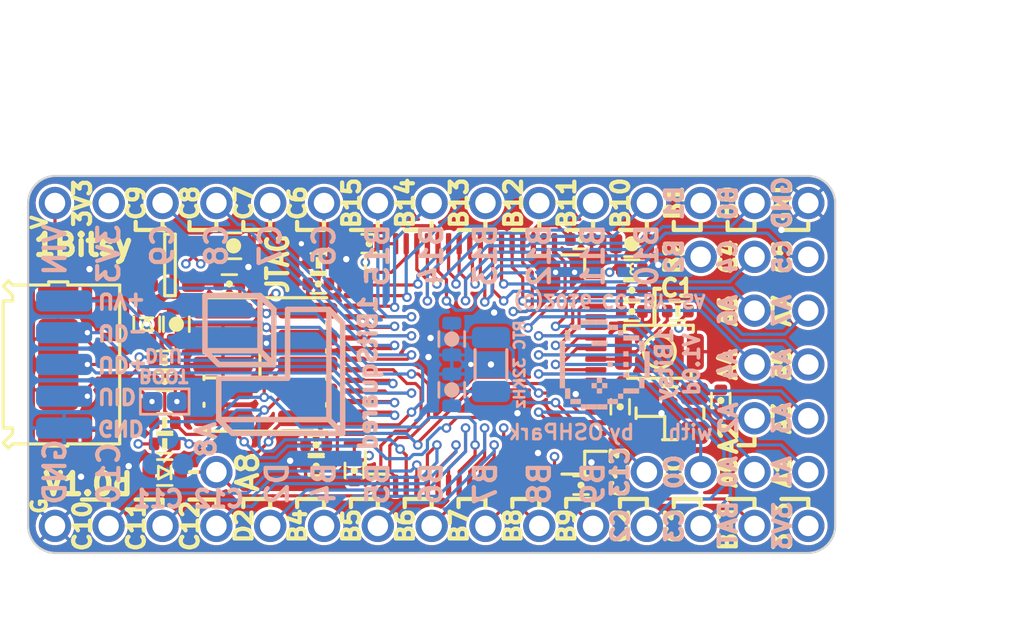
<source format=kicad_pcb>
(kicad_pcb (version 20221018) (generator pcbnew)
  (title_block (title "1BitSy") (rev "V1.0d") (company "1BitSquared") (comment 1 "(C) 2016 Piotr Esden-Tempski <piotr@esden.net>") (comment 2 "(C) 2016 1BitSquared LLC <info@1bitsquared.com>") (comment 3 "License: CC-BY-SA V4.0"))
  (layers (0 "F.Cu" signal) (1 "In1.Cu" signal) (2 "In2.Cu" signal) (31 "B.Cu" signal) (34 "B.Paste" user) (35 "F.Paste" user) (36 "B.SilkS" user "B.Silkscreen") (37 "F.SilkS" user "F.Silkscreen") (38 "B.Mask" user) (39 "F.Mask" user) (44 "Edge.Cuts" user))
  (net 0 "")
  (net 1 "/VIN")
  (net 2 "GND")
  (net 3 "Net-(C2-Pad1)")
  (net 4 "Net-(C3-Pad1)")
  (net 5 "+3V3")
  (net 6 "/OSC32_IN")
  (net 7 "/OSC32_OUT")
  (net 8 "/OSC_IN")
  (net 9 "/OSC_OUT")
  (net 10 "/USB_VBUS")
  (net 11 "/BOOT0")
  (net 12 "Net-(C16-Pad1)")
  (net 13 "Net-(C17-Pad1)")
  (net 14 "/JTAG_RST")
  (net 15 "Net-(LED1-PadA)")
  (net 16 "/PA0")
  (net 17 "/PA1")
  (net 18 "/PA2")
  (net 19 "/PA3")
  (net 20 "/PA4")
  (net 21 "/PA5")
  (net 22 "/PA6")
  (net 23 "/PA7")
  (net 24 "/PA8")
  (net 25 "/PC0")
  (net 26 "/PC2")
  (net 27 "/PC3")
  (net 28 "/PC4")
  (net 29 "/PC5")
  (net 30 "/PC6")
  (net 31 "/PC7")
  (net 32 "/PC8")
  (net 33 "/PC9")
  (net 34 "/PC10")
  (net 35 "/PC11")
  (net 36 "/PC12")
  (net 37 "/PC13")
  (net 38 "/USB_D-")
  (net 39 "/USB_D+")
  (net 40 "/USB_ID")
  (net 41 "/PB0")
  (net 42 "/PB1")
  (net 43 "/PB4")
  (net 44 "/PB5")
  (net 45 "/PB6")
  (net 46 "/PB7")
  (net 47 "/PB8")
  (net 48 "/PB9")
  (net 49 "/PB10")
  (net 50 "/PB11")
  (net 51 "/PB12")
  (net 52 "/PB13")
  (net 53 "/PB14")
  (net 54 "/PB15")
  (net 55 "/JTAG_TMS")
  (net 56 "/JTAG_TCK")
  (net 57 "/JTAG_TDI")
  (net 58 "/JTAG_TDO")
  (net 59 "Net-(C15-Pad1)")
  (net 60 "/PB2")
  (net 61 "/BUTTON")
  (net 62 "/VBAT")
  (net 63 "/PD2")
  (footprint "pkl_dipol:C_0603" (layer "F.Cu") (at 107.33 43.82 -90)
    (fp_text reference "C1")
    (fp_text value "4u7")
  )
  (footprint "pkl_dipol:C_0402" (layer "F.Cu") (at 128.83 42.22)
    (fp_text reference "C2")
    (fp_text value "1u")
  )
  (footprint "pkl_dipol:C_0402" (layer "F.Cu") (at 109.83 41.92)
    (fp_text reference "C3")
    (fp_text value "470p")
  )
  (footprint "pkl_dipol:C_0402" (layer "F.Cu") (at 128.829999 43.22)
    (fp_text reference "C4")
    (fp_text value "100n")
  )
  (footprint "pkl_dipol:C_0603" (layer "F.Cu") (at 128.83 40.02)
    (fp_text reference "C5")
    (fp_text value "4u7")
  )
  (footprint "pkl_dipol:C_0402" (layer "F.Cu") (at 128.28 47.72 -90)
    (fp_text reference "C8")
    (fp_text value "10p")
  )
  (footprint "pkl_dipol:C_0402" (layer "F.Cu") (at 133.03 47.42 90)
    (fp_text reference "C9")
    (fp_text value "10p")
  )
  (footprint "pkl_dipol:C_0402" (layer "F.Cu") (at 126.43 39.82)
    (fp_text reference "C10")
    (fp_text value "100n")
  )
  (footprint "pkl_dipol:C_0402" (layer "F.Cu") (at 116.43 40.02 180)
    (fp_text reference "C11")
    (fp_text value "100n")
  )
  (footprint "pkl_dipol:C_0402" (layer "F.Cu") (at 115.73 50.72 -90)
    (fp_text reference "C12")
    (fp_text value "100n")
  )
  (footprint "pkl_dipol:C_0603" (layer "F.Cu") (at 110.03 40.12)
    (fp_text reference "C13")
    (fp_text value "4u7")
  )
  (footprint "pkl_dipol:C_0402" (layer "F.Cu") (at 126.43 51.42)
    (fp_text reference "C14")
    (fp_text value "100n")
  )
  (footprint "pkl_dipol:C_0402" (layer "F.Cu") (at 106.78 46.52 180)
    (fp_text reference "C15")
    (fp_text value "1u")
  )
  (footprint "pkl_dipol:C_0402" (layer "F.Cu") (at 113.93 50.52 180)
    (fp_text reference "C16")
    (fp_text value "2u2")
  )
  (footprint "pkl_dipol:C_0402" (layer "F.Cu") (at 114.03 41.92 180)
    (fp_text reference "C17")
    (fp_text value "2u2")
  )
  (footprint "pkl_dipol:C_0402" (layer "F.Cu") (at 113.93 49.52 180)
    (fp_text reference "C18")
    (fp_text value "100n")
  )
  (footprint "pkl_dipol:D_0603" (layer "F.Cu") (at 105.93 43.82 -90)
    (fp_text reference "D1")
    (fp_text value ">100mA")
  )
  (footprint "pkl_dipol:L_0402" (layer "F.Cu") (at 128.83 41.22)
    (fp_text reference "L1")
    (fp_text value "Ferr")
  )
  (footprint "pkl_dipol:D_0603" (layer "F.Cu") (at 106.78 50.82 180)
    (fp_text reference "LED1")
    (fp_text value "ORA")
  )
  (footprint "pkl_pin_headers:Pin_Header_Straight_Round_1x01" (layer "F.Cu") (at 134.62 50.8 180)
    (fp_text reference "P1" hide)
    (fp_text value "CONN_01X01" hide)
  )
  (footprint "pkl_pin_headers:Pin_Header_Straight_Round_1x01" (layer "F.Cu") (at 137.16 50.8 180)
    (fp_text reference "P2" hide)
    (fp_text value "CONN_01X01" hide)
  )
  (footprint "pkl_pin_headers:Pin_Header_Straight_Round_1x01" (layer "F.Cu") (at 134.62 48.26 180)
    (fp_text reference "P3" hide)
    (fp_text value "CONN_01X01" hide)
  )
  (footprint "pkl_pin_headers:Pin_Header_Straight_Round_1x01" (layer "F.Cu") (at 137.16 48.26 180)
    (fp_text reference "P4" hide)
    (fp_text value "CONN_01X01" hide)
  )
  (footprint "pkl_pin_headers:Pin_Header_Straight_Round_1x01" (layer "F.Cu") (at 134.62 45.72 180)
    (fp_text reference "P5" hide)
    (fp_text value "CONN_01X01" hide)
  )
  (footprint "pkl_pin_headers:Pin_Header_Straight_Round_1x01" (layer "F.Cu") (at 137.16 45.72)
    (fp_text reference "P6" hide)
    (fp_text value "CONN_01X01" hide)
  )
  (footprint "pkl_pin_headers:Pin_Header_Straight_Round_1x01" (layer "F.Cu") (at 134.62 43.18 180)
    (fp_text reference "P7" hide)
    (fp_text value "CONN_01X01" hide)
  )
  (footprint "pkl_pin_headers:Pin_Header_Straight_Round_1x01" (layer "F.Cu") (at 137.16 43.18 180)
    (fp_text reference "P8" hide)
    (fp_text value "CONN_01X01" hide)
  )
  (footprint "pkl_pin_headers:Pin_Header_Straight_Round_1x01" (layer "F.Cu") (at 109.22 50.8)
    (fp_text reference "P9" hide)
    (fp_text value "CONN_01X01" hide)
  )
  (footprint "pkl_pin_headers:Pin_Header_Straight_Round_1x01" (layer "F.Cu") (at 132.08 50.8)
    (fp_text reference "P10" hide)
    (fp_text value "CONN_01X01" hide)
  )
  (footprint "pkl_pin_headers:Pin_Header_Straight_Round_1x01" (layer "F.Cu") (at 111.76 53.34)
    (fp_text reference "P11" hide)
    (fp_text value "CONN_01X01" hide)
  )
  (footprint "pkl_pin_headers:Pin_Header_Straight_Round_1x01" (layer "F.Cu") (at 129.54 53.34)
    (fp_text reference "P12" hide)
    (fp_text value "CONN_01X01" hide)
  )
  (footprint "pkl_pin_headers:Pin_Header_Straight_Round_1x01" (layer "F.Cu") (at 132.08 53.34 180)
    (fp_text reference "P13" hide)
    (fp_text value "CONN_01X01" hide)
  )
  (footprint "pkl_pin_headers:Pin_Header_Straight_Round_1x01" (layer "F.Cu") (at 134.62 40.64)
    (fp_text reference "P14" hide)
    (fp_text value "CONN_01X01" hide)
  )
  (footprint "pkl_pin_headers:Pin_Header_Straight_Round_1x01" (layer "F.Cu") (at 137.16 40.64 180)
    (fp_text reference "P15" hide)
    (fp_text value "CONN_01X01" hide)
  )
  (footprint "pkl_pin_headers:Pin_Header_Straight_Round_1x01" (layer "F.Cu") (at 114.3 38.1)
    (fp_text reference "P16" hide)
    (fp_text value "CONN_01X01" hide)
  )
  (footprint "pkl_pin_headers:Pin_Header_Straight_Round_1x01" (layer "F.Cu") (at 111.76 38.1)
    (fp_text reference "P17" hide)
    (fp_text value "CONN_01X01" hide)
  )
  (footprint "pkl_pin_headers:Pin_Header_Straight_Round_1x01" (layer "F.Cu") (at 109.22 38.1)
    (fp_text reference "P18" hide)
    (fp_text value "CONN_01X01" hide)
  )
  (footprint "pkl_pin_headers:Pin_Header_Straight_Round_1x01" (layer "F.Cu") (at 106.68 38.1)
    (fp_text reference "P19" hide)
    (fp_text value "CONN_01X01" hide)
  )
  (footprint "pkl_pin_headers:Pin_Header_Straight_Round_1x01" (layer "F.Cu") (at 104.13 53.34)
    (fp_text reference "P20" hide)
    (fp_text value "CONN_01X01" hide)
  )
  (footprint "pkl_pin_headers:Pin_Header_Straight_Round_1x01" (layer "F.Cu") (at 106.68 53.34 180)
    (fp_text reference "P21" hide)
    (fp_text value "CONN_01X01" hide)
  )
  (footprint "pkl_pin_headers:Pin_Header_Straight_Round_1x01" (layer "F.Cu") (at 109.22 53.34)
    (fp_text reference "P22" hide)
    (fp_text value "CONN_01X01" hide)
  )
  (footprint "pkl_pin_headers:Pin_Header_Straight_Round_1x01" (layer "F.Cu") (at 129.54 50.8)
    (fp_text reference "P23" hide)
    (fp_text value "CONN_01X01" hide)
  )
  (footprint "pkl_connectors:Connector_USB_Micro_B_SMD" (layer "F.Cu") (at 101.755 45.72 180)
    (fp_text reference "P24")
    (fp_text value "USB_OTG")
  )
  (footprint "pkl_pin_headers:Pin_Header_Straight_Round_1x01" (layer "F.Cu") (at 134.62 38.1)
    (fp_text reference "P25" hide)
    (fp_text value "CONN_01X01" hide)
  )
  (footprint "pkl_pin_headers:Pin_Header_Straight_Round_1x01" (layer "F.Cu") (at 132.08 38.1)
    (fp_text reference "P26" hide)
    (fp_text value "CONN_01X01" hide)
  )
  (footprint "pkl_pin_headers:Pin_Header_Straight_Round_1x01" (layer "F.Cu") (at 132.08 40.64)
    (fp_text reference "P27" hide)
    (fp_text value "CONN_01X01" hide)
  )
  (footprint "pkl_pin_headers:Pin_Header_Straight_Round_1x01" (layer "F.Cu") (at 114.3 53.34)
    (fp_text reference "P28" hide)
    (fp_text value "CONN_01X01" hide)
  )
  (footprint "pkl_pin_headers:Pin_Header_Straight_Round_1x01" (layer "F.Cu") (at 116.84 53.34 180)
    (fp_text reference "P29" hide)
    (fp_text value "CONN_01X01" hide)
  )
  (footprint "pkl_pin_headers:Pin_Header_Straight_Round_1x01" (layer "F.Cu") (at 119.38 53.34 180)
    (fp_text reference "P30" hide)
    (fp_text value "CONN_01X01" hide)
  )
  (footprint "pkl_pin_headers:Pin_Header_Straight_Round_1x01" (layer "F.Cu") (at 121.92 53.34 180)
    (fp_text reference "P31" hide)
    (fp_text value "CONN_01X01" hide)
  )
  (footprint "pkl_pin_headers:Pin_Header_Straight_Round_1x01" (layer "F.Cu") (at 124.46 53.34 180)
    (fp_text reference "P32" hide)
    (fp_text value "CONN_01X01" hide)
  )
  (footprint "pkl_pin_headers:Pin_Header_Straight_Round_1x01" (layer "F.Cu") (at 127 53.34)
    (fp_text reference "P33" hide)
    (fp_text value "CONN_01X01" hide)
  )
  (footprint "pkl_pin_headers:Pin_Header_Straight_Round_1x01" (layer "F.Cu") (at 129.54 38.1 180)
    (fp_text reference "P34" hide)
    (fp_text value "CONN_01X01" hide)
  )
  (footprint "pkl_pin_headers:Pin_Header_Straight_Round_1x01" (layer "F.Cu") (at 127 38.1)
    (fp_text reference "P35" hide)
    (fp_text value "CONN_01X01" hide)
  )
  (footprint "pkl_pin_headers:Pin_Header_Straight_Round_1x01" (layer "F.Cu") (at 124.46 38.1)
    (fp_text reference "P36" hide)
    (fp_text value "CONN_01X01" hide)
  )
  (footprint "pkl_pin_headers:Pin_Header_Straight_Round_1x01" (layer "F.Cu") (at 121.92 38.1)
    (fp_text reference "P37" hide)
    (fp_text value "CONN_01X01" hide)
  )
  (footprint "pkl_pin_headers:Pin_Header_Straight_Round_1x01" (layer "F.Cu") (at 119.38 38.1)
    (fp_text reference "P38" hide)
    (fp_text value "CONN_01X01" hide)
  )
  (footprint "pkl_pin_headers:Pin_Header_Straight_Round_1x01" (layer "F.Cu") (at 116.84 38.1 180)
    (fp_text reference "P39" hide)
    (fp_text value "CONN_01X01" hide)
  )
  (footprint "pkl_dipol:R_0402" (layer "F.Cu") (at 106.78 45.52)
    (fp_text reference "R1")
    (fp_text value "10k")
  )
  (footprint "pkl_dipol:R_0402" (layer "F.Cu") (at 114.03 40.92 180)
    (fp_text reference "R2")
    (fp_text value "10k")
  )
  (footprint "pkl_dipol:R_0402" (layer "F.Cu") (at 106.78 48.47 180)
    (fp_text reference "R3")
    (fp_text value "10k")
  )
  (footprint "pkl_dipol:R_0402" (layer "F.Cu") (at 106.78 49.47)
    (fp_text reference "R4")
    (fp_text value "300")
  )
  (footprint "pkl_dipol:R_0402" (layer "F.Cu") (at 131 43.2 180)
    (fp_text reference "R5")
    (fp_text value "10k")
  )
  (footprint "pkl_housings_sot:SOT-23-5" (layer "F.Cu") (at 107.03 41.02 180)
    (fp_text reference "U1")
    (fp_text value "VREG_3V3")
  )
  (footprint "pkl_housings_qfp:LQFP-64_10x10mm_Pitch0.5mm" (layer "F.Cu") (at 121.43 45.72 180)
    (fp_text reference "U2")
    (fp_text value "STM32F415RGT")
  )
  (footprint "pkl_misc:ABM8" (layer "F.Cu") (at 130.63 48.02)
    (fp_text reference "X2")
    (fp_text value "25MHz")
  )
  (footprint "pkl_samtec:FTSH-105-XX-X-DV" (layer "F.Cu") (at 111.53 45.72 90)
    (fp_text reference "X3")
    (fp_text value "JTAG-10")
  )
  (footprint "pkl_pin_headers:Pin_Header_Straight_Round_1x01" (layer "F.Cu") (at 101.6 38.1)
    (fp_text reference "P40" hide)
    (fp_text value "CONN_01X01" hide)
  )
  (footprint "pkl_pin_headers:Pin_Header_Straight_Round_1x01" (layer "F.Cu") (at 101.6 53.34)
    (fp_text reference "P41" hide)
    (fp_text value "CONN_01X01" hide)
  )
  (footprint "pkl_buttons_switches:Tact_Switch_Top_B3U-1000P" (layer "F.Cu") (at 130.13 45.12 -90)
    (fp_text reference "SW1")
    (fp_text value "TACT_G")
  )
  (footprint "pkl_pin_headers:Pin_Header_Straight_Round_1x01" (layer "F.Cu") (at 104.14 38.1)
    (fp_text reference "P42" hide)
    (fp_text value "CONN_01X01" hide)
  )
  (footprint "pkl_misc:via0305" (layer "F.Cu") (at 105.0798 50.5206)
    (fp_text reference "REF**" hide)
    (fp_text value "via0305" hide)
  )
  (footprint "pkl_misc:via0305" (layer "F.Cu") (at 103.23 41.22)
    (fp_text reference "REF**" hide)
    (fp_text value "via0305" hide)
  )
  (footprint "pkl_pin_headers:Pin_Header_Straight_Round_1x01" (layer "F.Cu") (at 134.62 53.34)
    (fp_text reference "P53" hide)
    (fp_text value "CONN_01X01" hide)
  )
  (footprint "pkl_pin_headers:Pin_Header_Straight_Round_1x01" (layer "F.Cu") (at 137.16 53.34)
    (fp_text reference "P54" hide)
    (fp_text value "CONN_01X01" hide)
  )
  (footprint "pkl_pin_headers:Pin_Header_Straight_Round_1x01" (layer "F.Cu") (at 137.16 38.1)
    (fp_text reference "P55" hide)
    (fp_text value "CONN_01X01" hide)
  )
  (footprint "pkl_misc:via0305" (layer "F.Cu") (at 119.33 44.47)
    (fp_text reference "REF**" hide)
    (fp_text value "via0305" hide)
  )
  (footprint "pkl_misc:via0305" (layer "F.Cu") (at 122.18 45.72)
    (fp_text reference "REF**" hide)
    (fp_text value "via0305" hide)
  )
  (footprint "pkl_misc:via0305" (layer "F.Cu") (at 122.33 43.27)
    (fp_text reference "REF**" hide)
    (fp_text value "via0305" hide)
  )
  (footprint "pkl_misc:via0305" (layer "F.Cu") (at 102.83 51.02)
    (fp_text reference "REF**" hide)
    (fp_text value "via0305" hide)
  )
  (footprint "pkl_misc:via0305" (layer "F.Cu") (at 110.73 41.12)
    (fp_text reference "REF**" hide)
    (fp_text value "via0305" hide)
  )
  (footprint "pkl_misc:via0305" (layer "F.Cu") (at 126.9238 50.3428)
    (fp_text reference "REF**" hide)
    (fp_text value "via0305" hide)
  )
  (footprint "pkl_misc:via0305" (layer "F.Cu") (at 119.23 45.37)
    (fp_text reference "REF**" hide)
    (fp_text value "via0305" hide)
  )
  (footprint "pkl_misc:via0305" (layer "F.Cu") (at 135.89 39.37)
    (fp_text reference "REF**" hide)
    (fp_text value "via0305" hide)
  )
  (footprint "pkl_misc:via0305" (layer "F.Cu") (at 124.4 49.9)
    (fp_text reference "REF**" hide)
    (fp_text value "via0305" hide)
  )
  (footprint "pkl_misc:via0305" (layer "F.Cu") (at 123.43 48.02)
    (fp_text reference "REF**" hide)
    (fp_text value "via0305" hide)
  )
  (footprint "pkl_misc:via0305" (layer "F.Cu") (at 126.18 47.12)
    (fp_text reference "REF**" hide)
    (fp_text value "via0305" hide)
  )
  (footprint "pkl_misc:via0305" (layer "F.Cu") (at 130.23 48.02)
    (fp_text reference "REF**" hide)
    (fp_text value "via0305" hide)
  )
  (footprint "pkl_misc:via0305" (layer "F.Cu") (at 112.6998 50.2666)
    (fp_text reference "REF**" hide)
    (fp_text value "via0305" hide)
  )
  (footprint "pkl_misc:via0305" (layer "F.Cu") (at 130.08 41.02)
    (fp_text reference "REF**" hide)
    (fp_text value "via0305" hide)
  )
  (footprint "pkl_misc:via0305" (layer "F.Cu") (at 115.35 40.75)
    (fp_text reference "REF**" hide)
    (fp_text value "via0305" hide)
  )
  (footprint "pkl_dipol:C_0603" (layer "B.Cu") (at 120.33 46.92 -90)
    (fp_text reference "C6")
    (fp_text value "10p")
  )
  (footprint "pkl_dipol:C_0603" (layer "B.Cu") (at 120.33 44.52 90)
    (fp_text reference "C7")
    (fp_text value "10p")
  )
  (footprint "pkl_jumpers:J_0603" (layer "B.Cu") (at 106.78 47.47)
    (fp_text reference "J1" hide)
    (fp_text value "BOOT" hide)
  )
  (footprint "pkl_misc:ABS07" (layer "B.Cu") (at 122.18 45.72 -90)
    (fp_text reference "X1")
    (fp_text value "32.768kHz")
  )
  (footprint "pkl_pads:POGO_PAD_SMD_R_1x1" (layer "B.Cu") (at 106.93 42.12)
    (fp_text reference "P43" hide)
    (fp_text value "TP" hide)
  )
  (footprint "pkl_pads:POGO_PAD_SMD_R_1x1" (layer "B.Cu") (at 106.93 43.72)
    (fp_text reference "P44" hide)
    (fp_text value "TP" hide)
  )
  (footprint "pkl_pads:POGO_PAD_SMD_R_1x1" (layer "B.Cu") (at 106.23 50.42)
    (fp_text reference "P45" hide)
    (fp_text value "TP" hide)
  )
  (footprint "pkl_pads:POGO_PAD_SMD_R_1x1" (layer "B.Cu") (at 107.63 50.42)
    (fp_text reference "P46" hide)
    (fp_text value "TP" hide)
  )
  (footprint "pkl_pads:POGO_PAD_SMD_R_1x1" (layer "B.Cu") (at 106.93 49.22)
    (fp_text reference "P47" hide)
    (fp_text value "TP" hide)
  )
  (footprint "pkl_pads:PAD_SMD_1x2.65" (layer "B.Cu") (at 102.03 42.72)
    (fp_text reference "P48" hide)
    (fp_text value "CONN_01X01" hide)
  )
  (footprint "pkl_pads:PAD_SMD_1x2.65" (layer "B.Cu") (at 102.03 44.22)
    (fp_text reference "P49" hide)
    (fp_text value "CONN_01X01" hide)
  )
  (footprint "pkl_pads:PAD_SMD_1x2.65" (layer "B.Cu") (at 102.03 45.72)
    (fp_text reference "P50" hide)
    (fp_text value "CONN_01X01" hide)
  )
  (footprint "pkl_pads:PAD_SMD_1x2.65" (layer "B.Cu") (at 102.03 47.22)
    (fp_text reference "P51" hide)
    (fp_text value "CONN_01X01" hide)
  )
  (footprint "pkl_pads:PAD_SMD_1x2.65" (layer "B.Cu") (at 102.03 48.72)
    (fp_text reference "P52" hide)
    (fp_text value "CONN_01X01" hide)
  )
  (footprint "pkl_logos:1bitsy_silk_025grid" (layer "B.Cu") (at 127.0508 45.72 -90)
    (fp_text reference "REF**" hide)
    (fp_text value "1bitsy_copper_025grid" hide)
  )
  (footprint "pkl_logos:heart_mask_015grid" (layer "B.Cu") (at 129.6718 48.8696 180)
    (fp_text reference "REF**" hide)
    (fp_text value "heart_mask_010grid" hide)
  )
  (footprint "pkl_logos:1b2_Logo_SilkS_6.5mm" (layer "B.Cu") (at 111.93 45.72 -90)
    (fp_text reference "REF**" hide)
    (fp_text value "1b2_Logo_SilkS_6.5mm" hide)
  )
  (gr_line (start 102.87 52.0954) (end 104.14 52.0954) (stroke (width 0.2)) (layer "F.SilkS"))
  (gr_line (start 113.03 39.37) (end 114.3 39.37) (stroke (width 0.2)) (layer "F.SilkS"))
  (gr_line (start 110.49 52.451) (end 110.49 52.07) (stroke (width 0.2)) (layer "F.SilkS"))
  (gr_line (start 129.9 42.15) (end 129.9 43.85) (stroke (width 0.2)) (layer "F.SilkS"))
  (gr_line (start 129.54 52.07) (end 129.54 52.4256) (stroke (width 0.2)) (layer "F.SilkS"))
  (gr_line (start 135.89 52.07) (end 137.16 52.07) (stroke (width 0.2)) (layer "F.SilkS"))
  (gr_line (start 133.35 38.989) (end 133.35 39.37) (stroke (width 0.2)) (layer "F.SilkS"))
  (gr_line (start 114.3 39.37) (end 114.3 39.0144) (stroke (width 0.2)) (layer "F.SilkS"))
  (gr_line (start 127 39.37) (end 127 39.0144) (stroke (width 0.2)) (layer "F.SilkS"))
  (gr_line (start 119.38 39.37) (end 119.38 39.0144) (stroke (width 0.2)) (layer "F.SilkS"))
  (gr_line (start 109.22 52.0954) (end 109.22 52.4256) (stroke (width 0.2)) (layer "F.SilkS"))
  (gr_line (start 108.3056 50.8) (end 107.9754 50.8) (stroke (width 0.2)) (layer "F.SilkS"))
  (gr_line (start 110.49 38.989) (end 110.49 39.37) (stroke (width 0.2)) (layer "F.SilkS"))
  (gr_line (start 134.62 52.07) (end 134.62 52.4256) (stroke (width 0.2)) (layer "F.SilkS"))
  (gr_line (start 125.73 39.37) (end 127 39.37) (stroke (width 0.2)) (layer "F.SilkS"))
  (gr_line (start 130.81 52.451) (end 130.81 52.07) (stroke (width 0.2)) (layer "F.SilkS"))
  (gr_line (start 115.57 52.07) (end 115.57 52.451) (stroke (width 0.2)) (layer "F.SilkS"))
  (gr_line (start 135.89 39.37) (end 137.16 39.37) (stroke (width 0.2)) (layer "F.SilkS"))
  (gr_line (start 133.35 39.37) (end 134.62 39.37) (stroke (width 0.2)) (layer "F.SilkS"))
  (gr_line (start 118.11 52.07) (end 118.11 52.451) (stroke (width 0.2)) (layer "F.SilkS"))
  (gr_line (start 113.03 38.989) (end 113.03 39.37) (stroke (width 0.2)) (layer "F.SilkS"))
  (gr_line (start 120.65 39.37) (end 121.92 39.37) (stroke (width 0.2)) (layer "F.SilkS"))
  (gr_line (start 114.3 52.07) (end 114.3 52.4256) (stroke (width 0.2)) (layer "F.SilkS"))
  (gr_line (start 107.95 52.0954) (end 109.22 52.0954) (stroke (width 0.2)) (layer "F.SilkS"))
  (gr_line (start 110.49 52.07) (end 111.76 52.07) (stroke (width 0.2)) (layer "F.SilkS"))
  (gr_line (start 130.15 42.15) (end 129.9 42.15) (stroke (width 0.2)) (layer "F.SilkS"))
  (gr_line (start 125.73 52.07) (end 127 52.07) (stroke (width 0.2)) (layer "F.SilkS"))
  (gr_line (start 130.81 38.989) (end 130.81 39.37) (stroke (width 0.2)) (layer "F.SilkS"))
  (gr_line (start 123.19 52.451) (end 123.19 52.07) (stroke (width 0.2)) (layer "F.SilkS"))
  (gr_line (start 133.8692 49.53) (end 134.62 49.53) (stroke (width 0.2)) (layer "F.SilkS"))
  (gr_line (start 116.84 52.07) (end 116.84 52.4256) (stroke (width 0.2)) (layer "F.SilkS"))
  (gr_line (start 121.92 52.07) (end 121.92 52.4256) (stroke (width 0.2)) (layer "F.SilkS"))
  (gr_line (start 128.27 52.07) (end 129.54 52.07) (stroke (width 0.2)) (layer "F.SilkS"))
  (gr_line (start 137.16 39.37) (end 137.16 39.0144) (stroke (width 0.2)) (layer "F.SilkS"))
  (gr_line (start 125.73 52.451) (end 125.73 52.07) (stroke (width 0.2)) (layer "F.SilkS"))
  (gr_line (start 123.19 52.07) (end 124.46 52.07) (stroke (width 0.2)) (layer "F.SilkS"))
  (gr_line (start 134.62 49.53) (end 134.62 49.1744) (stroke (width 0.2)) (layer "F.SilkS"))
  (gr_line (start 115.57 39.37) (end 116.84 39.37) (stroke (width 0.2)) (layer "F.SilkS"))
  (gr_line (start 121.92 39.37) (end 121.92 39.0144) (stroke (width 0.2)) (layer "F.SilkS"))
  (gr_line (start 120.65 52.451) (end 120.65 52.07) (stroke (width 0.2)) (layer "F.SilkS"))
  (gr_line (start 128.27 52.451) (end 128.27 52.07) (stroke (width 0.2)) (layer "F.SilkS"))
  (gr_line (start 106.68 52.0954) (end 106.68 52.4256) (stroke (width 0.2)) (layer "F.SilkS"))
  (gr_line (start 132.08 39.37) (end 132.08 39.0144) (stroke (width 0.2)) (layer "F.SilkS"))
  (gr_line (start 130.81 39.37) (end 132.08 39.37) (stroke (width 0.2)) (layer "F.SilkS"))
  (gr_line (start 107.95 39.37) (end 109.22 39.37) (stroke (width 0.2)) (layer "F.SilkS"))
  (gr_line (start 118.11 39.37) (end 119.38 39.37) (stroke (width 0.2)) (layer "F.SilkS"))
  (gr_line (start 124.46 52.07) (end 124.46 52.4256) (stroke (width 0.2)) (layer "F.SilkS"))
  (gr_line (start 130.81 52.07) (end 132.08 52.07) (stroke (width 0.2)) (layer "F.SilkS"))
  (gr_line (start 106.68 39.37) (end 106.68 39.0144) (stroke (width 0.2)) (layer "F.SilkS"))
  (gr_line (start 111.76 39.37) (end 111.76 39.0144) (stroke (width 0.2)) (layer "F.SilkS"))
  (gr_line (start 133.35 52.07) (end 134.62 52.07) (stroke (width 0.2)) (layer "F.SilkS"))
  (gr_line (start 127 52.07) (end 127 52.4256) (stroke (width 0.2)) (layer "F.SilkS"))
  (gr_line (start 115.57 52.07) (end 116.84 52.07) (stroke (width 0.2)) (layer "F.SilkS"))
  (gr_line (start 104.14 52.0954) (end 104.14 52.4256) (stroke (width 0.2)) (layer "F.SilkS"))
  (gr_line (start 120.65 52.07) (end 121.92 52.07) (stroke (width 0.2)) (layer "F.SilkS"))
  (gr_line (start 123.19 39.37) (end 124.46 39.37) (stroke (width 0.2)) (layer "F.SilkS"))
  (gr_line (start 111.76 52.07) (end 111.76 52.4256) (stroke (width 0.2)) (layer "F.SilkS"))
  (gr_line (start 110.49 39.37) (end 111.76 39.37) (stroke (width 0.2)) (layer "F.SilkS"))
  (gr_line (start 113.03 52.07) (end 113.03 52.451) (stroke (width 0.2)) (layer "F.SilkS"))
  (gr_line (start 132.08 52.07) (end 132.08 52.4256) (stroke (width 0.2)) (layer "F.SilkS"))
  (gr_line (start 116.84 39.37) (end 116.84 39.0144) (stroke (width 0.2)) (layer "F.SilkS"))
  (gr_line (start 105.41 52.0954) (end 106.68 52.0954) (stroke (width 0.2)) (layer "F.SilkS"))
  (gr_line (start 124.46 39.37) (end 124.46 39.0144) (stroke (width 0.2)) (layer "F.SilkS"))
  (gr_line (start 118.11 52.07) (end 119.38 52.07) (stroke (width 0.2)) (layer "F.SilkS"))
  (gr_line (start 128.27 39.37) (end 129.54 39.37) (stroke (width 0.2)) (layer "F.SilkS"))
  (gr_line (start 105.41 39.37) (end 106.68 39.37) (stroke (width 0.2)) (layer "F.SilkS"))
  (gr_line (start 105.41 38.989) (end 105.41 39.37) (stroke (width 0.2)) (layer "F.SilkS"))
  (gr_line (start 119.38 52.07) (end 119.38 52.4256) (stroke (width 0.2)) (layer "F.SilkS"))
  (gr_line (start 137.16 52.07) (end 137.16 52.4256) (stroke (width 0.2)) (layer "F.SilkS"))
  (gr_line (start 109.22 39.37) (end 109.22 39.0144) (stroke (width 0.2)) (layer "F.SilkS"))
  (gr_line (start 113.03 52.07) (end 114.3 52.07) (stroke (width 0.2)) (layer "F.SilkS"))
  (gr_line (start 107.95 38.989) (end 107.95 39.37) (stroke (width 0.2)) (layer "F.SilkS"))
  (gr_line (start 134.62 39.37) (end 134.62 39.0144) (stroke (width 0.2)) (layer "F.SilkS"))
  (gr_line (start 129.54 39.37) (end 129.54 39.0144) (stroke (width 0.2)) (layer "F.SilkS"))
  (gr_arc (start 101.63 54.62) (mid 100.710761 54.239239) (end 100.33 53.32) (stroke (width 0.1)) (layer "Edge.Cuts"))
  (gr_arc (start 137.13 36.82) (mid 138.049239 37.200761) (end 138.43 38.12) (stroke (width 0.1)) (layer "Edge.Cuts"))
  (gr_arc (start 138.43 53.32) (mid 138.049239 54.239239) (end 137.13 54.62) (stroke (width 0.1)) (layer "Edge.Cuts"))
  (gr_line (start 137.13 54.62) (end 101.63 54.62) (stroke (width 0.1)) (layer "Edge.Cuts"))
  (gr_arc (start 100.33 38.12) (mid 100.710761 37.200761) (end 101.63 36.82) (stroke (width 0.1)) (layer "Edge.Cuts"))
  (gr_line (start 100.33 53.32) (end 100.33 38.12) (stroke (width 0.1)) (layer "Edge.Cuts"))
  (gr_line (start 101.63 36.82) (end 137.13 36.82) (stroke (width 0.1)) (layer "Edge.Cuts"))
  (gr_line (start 138.43 38.12) (end 138.43 53.32) (stroke (width 0.1)) (layer "Edge.Cuts"))
  (gr_text "VIN" (at 101.6 38.989 90) (layer "B.SilkS") (effects (font (size 1 1) (thickness 0.2)) (justify left mirror)))
  (gr_text "3V3" (at 104.14 38.989 90) (layer "B.SilkS") (effects (font (size 1 1) (thickness 0.2)) (justify left mirror)))
  (gr_text "V1.0d" (at 131.66 45.72 90) (layer "B.SilkS") (effects (font (size 0.7 0.7) (thickness 0.175)) (justify mirror)))
  (gr_text "(C)2016 CC-BY-SA" (at 132.38 42.72 180) (layer "B.SilkS") (effects (font (size 0.6 0.6) (thickness 0.14)) (justify right mirror)))
  (gr_text "UV+" (at 103.53 42.72 180) (layer "B.SilkS") (effects (font (size 0.7 0.7) (thickness 0.175)) (justify left mirror)))
  (gr_text "UD-" (at 103.53 44.22 180) (layer "B.SilkS") (effects (font (size 0.7 0.7) (thickness 0.175)) (justify left mirror)))
  (gr_text "UD+" (at 103.53 45.72 180) (layer "B.SilkS") (effects (font (size 0.7 0.7) (thickness 0.175)) (justify left mirror)))
  (gr_text "UID" (at 103.53 47.22 180) (layer "B.SilkS") (effects (font (size 0.7 0.7) (thickness 0.175)) (justify left mirror)))
  (gr_text "GND" (at 103.53 48.72 180) (layer "B.SilkS") (effects (font (size 0.7 0.7) (thickness 0.175)) (justify left mirror)))
  (gr_text "BOOT\nDFU" (at 106.73 45.77 180) (layer "B.SilkS") (effects (font (size 0.6 0.6)) (justify mirror)))
  (gr_text "RTC 32KHz" (at 123.53 45.72 90) (layer "B.SilkS") (effects (font (size 0.5 0.5) (thickness 0.125)) (justify mirror)))
  (gr_text "A8" (at 108.73 49.27 90) (layer "B.SilkS") (effects (font (size 0.9 0.9) (thickness 0.2)) (justify mirror)))
  (gr_text "B2" (at 130.8354 40.6146 90) (layer "B.SilkS") (effects (font (size 0.8 0.8) (thickness 0.2)) (justify mirror)))
  (gr_text "1Bitsy" (at 130.36 45.72 90) (layer "B.SilkS") (effects (font (size 0.75 0.75) (thickness 0.1875)) (justify mirror)))
  (gr_text "OSHPark" (at 122.93 48.9184) (layer "B.SilkS") (effects (font (size 0.7 0.7) (thickness 0.14)) (justify right mirror)))
  (gr_text "C0" (at 130.8354 50.8 90) (layer "B.SilkS") (effects (font (size 0.8 0.8) (thickness 0.2)) (justify mirror)))
  (gr_text "C13" (at 128.27 50.8 90) (layer "B.SilkS") (effects (font (size 0.8 0.8) (thickness 0.2)) (justify mirror)))
  (gr_text "C9" (at 106.68 38.989 90) (layer "B.SilkS") (effects (font (size 1 1) (thickness 0.2)) (justify left mirror)))
  (gr_text "C8" (at 109.22 38.989 90) (layer "B.SilkS") (effects (font (size 1 1) (thickness 0.2)) (justify left mirror)))
  (gr_text "C7" (at 111.76 38.989 90) (layer "B.SilkS") (effects (font (size 1 1) (thickness 0.2)) (justify left mirror)))
  (gr_text "C6" (at 114.3 38.989 90) (layer "B.SilkS") (effects (font (size 1 1) (thickness 0.2)) (justify left mirror)))
  (gr_text "B15" (at 116.84 38.989 90) (layer "B.SilkS") (effects (font (size 1 1) (thickness 0.2)) (justify left mirror)))
  (gr_text "B14" (at 119.38 38.989 90) (layer "B.SilkS") (effects (font (size 1 1) (thickness 0.2)) (justify left mirror)))
  (gr_text "B13" (at 121.92 38.989 90) (layer "B.SilkS") (effects (font (size 1 1) (thickness 0.2)) (justify left mirror)))
  (gr_text "B12" (at 124.46 38.989 90) (layer "B.SilkS") (effects (font (size 1 1) (thickness 0.2)) (justify left mirror)))
  (gr_text "B11" (at 127 38.989 90) (layer "B.SilkS") (effects (font (size 1 1) (thickness 0.2)) (justify left mirror)))
  (gr_text "B10" (at 129.54 38.989 90) (layer "B.SilkS") (effects (font (size 1 1) (thickness 0.2)) (justify left mirror)))
  (gr_text "B1" (at 130.8354 38.1 90) (layer "B.SilkS") (effects (font (size 0.8 0.8) (thickness 0.2)) (justify mirror)))
  (gr_text "B0" (at 133.3754 38.1 90) (layer "B.SilkS") (effects (font (size 0.8 0.8) (thickness 0.2)) (justify mirror)))
  (gr_text "C10" (at 104.14 52.451 90) (layer "B.SilkS") (effects (font (size 1 1) (thickness 0.2)) (justify right mirror)))
  (gr_text "C11" (at 106.48 52.07) (layer "B.SilkS") (effects (font (size 0.8 0.8) (thickness 0.2)) (justify mirror)))
  (gr_text "C12" (at 109.33 52.07) (layer "B.SilkS") (effects (font (size 0.8 0.8) (thickness 0.2)) (justify mirror)))
  (gr_text "D2" (at 112.0902 52.451 90) (layer "B.SilkS") (effects (font (size 1 1) (thickness 0.2)) (justify right mirror)))
  (gr_text "B4" (at 114.3 52.451 90) (layer "B.SilkS") (effects (font (size 1 1) (thickness 0.2)) (justify right mirror)))
  (gr_text "B5" (at 116.84 52.451 90) (layer "B.SilkS") (effects (font (size 1 1) (thickness 0.2)) (justify right mirror)))
  (gr_text "B6" (at 119.3546 52.451 90) (layer "B.SilkS") (effects (font (size 1 1) (thickness 0.2)) (justify right mirror)))
  (gr_text "B7" (at 121.92 52.451 90) (layer "B.SilkS") (effects (font (size 1 1) (thickness 0.2)) (justify right mirror)))
  (gr_text "B8" (at 124.46 52.451 90) (layer "B.SilkS") (effects (font (size 1 1) (thickness 0.2)) (justify right mirror)))
  (gr_text "B9" (at 127 52.451 90) (layer "B.SilkS") (effects (font (size 1 1) (thickness 0.2)) (justify right mirror)))
  (gr_text "C2" (at 128.2954 53.34 90) (layer "B.SilkS") (effects (font (size 0.8 0.8) (thickness 0.2)) (justify mirror)))
  (gr_text "C3" (at 130.8354 53.34 90) (layer "B.SilkS") (effects (font (size 0.8 0.8) (thickness 0.2)) (justify mirror)))
  (gr_text "BAT" (at 133.3754 53.2384 90) (layer "B.SilkS") (effects (font (size 0.8 0.8) (thickness 0.2)) (justify mirror)))
  (gr_text "3V3" (at 135.9408 53.34 90) (layer "B.SilkS") (effects (font (size 0.8 0.8) (thickness 0.2)) (justify mirror)))
  (gr_text "GND" (at 135.9154 38.1 90) (layer "B.SilkS") (effects (font (size 0.8 0.8) (thickness 0.2)) (justify mirror)))
  (gr_text "C5" (at 135.9408 40.64 90) (layer "B.SilkS") (effects (font (size 0.8 0.8) (thickness 0.2)) (justify mirror)))
  (gr_text "C4" (at 133.3754 40.64 90) (layer "B.SilkS") (effects (font (size 0.8 0.8) (thickness 0.2)) (justify mirror)))
  (gr_text "A6" (at 133.3754 43.18 90) (layer "B.SilkS") (effects (font (size 0.8 0.8) (thickness 0.2)) (justify mirror)))
  (gr_text "A7" (at 135.9154 43.18 90) (layer "B.SilkS") (effects (font (size 0.8 0.8) (thickness 0.2)) (justify mirror)))
  (gr_text "A4" (at 133.3754 45.72 90) (layer "B.SilkS") (effects (font (size 0.8 0.8) (thickness 0.2)) (justify mirror)))
  (gr_text "A5" (at 135.9154 45.72 90) (layer "B.SilkS") (effects (font (size 0.8 0.8) (thickness 0.2)) (justify mirror)))
  (gr_text "A3" (at 135.9154 48.26 90) (layer "B.SilkS") (effects (font (size 0.8 0.8) (thickness 0.2)) (justify mirror)))
  (gr_text "A2" (at 133.4 48.26 90) (layer "B.SilkS") (effects (font (size 0.8 0.8) (thickness 0.2)) (justify mirror)))
  (gr_text "A1" (at 135.9154 50.8 90) (layer "B.SilkS") (effects (font (size 0.8 0.8) (thickness 0.2)) (justify mirror)))
  (gr_text "A0" (at 133.3754 50.8 90) (layer "B.SilkS") (effects (font (size 0.8 0.8) (thickness 0.2)) (justify mirror)))
  (gr_text "with   by" (at 127.68 48.9184) (layer "B.SilkS") (effects (font (size 0.7 0.7) (thickness 0.14)) (justify right mirror)))
  (gr_text "GND" (at 101.6 52.451 90) (layer "B.SilkS") (effects (font (size 1 1) (thickness 0.2)) (justify right mirror)))
  (gr_text "1BitSquared" (at 116.38 46.12 90) (layer "B.SilkS") (effects (font (size 0.8 0.8) (thickness 0.2)) (justify mirror)))
  (gr_text "1Bitsy" (at 100.48 40.0812) (layer "F.SilkS") (effects (font (size 1 1) (thickness 0.25)) (justify left)))
  (gr_text "V1.0d" (at 100.93 51.37) (layer "F.SilkS") (effects (font (size 1 1) (thickness 0.25)) (justify left)))
  (gr_text "JTAG" (at 112.1156 40.9702 90) (layer "F.SilkS") (effects (font (size 1 0.8) (thickness 0.2))))
  (gr_text "B2" (at 130.8 40.65 90) (layer "F.SilkS") (effects (font (size 0.8 0.8) (thickness 0.2))))
  (gr_text "C1" (at 130.9878 42.1132) (layer "F.SilkS") (effects (font (size 0.8 0.8) (thickness 0.2))))
  (gr_text "A8" (at 110.6932 50.8 90) (layer "F.SilkS") (effects (font (size 1 1) (thickness 0.2))))
  (gr_text "G" (at 100.8634 52.4002 90) (layer "F.SilkS") (effects (font (size 0.7 0.7) (thickness 0.175))))
  (gr_text "C10" (at 102.8954 53.34 90) (layer "F.SilkS") (effects (font (size 0.8 0.8) (thickness 0.2))))
  (gr_text "C11" (at 105.4354 53.34 90) (layer "F.SilkS") (effects (font (size 0.8 0.8) (thickness 0.2))))
  (gr_text "C12" (at 107.9754 53.34 90) (layer "F.SilkS") (effects (font (size 0.8 0.8) (thickness 0.2))))
  (gr_text "D2" (at 110.5154 53.34 90) (layer "F.SilkS") (effects (font (size 0.8 0.8) (thickness 0.2))))
  (gr_text "B4" (at 113.0554 53.34 90) (layer "F.SilkS") (effects (font (size 0.8 0.8) (thickness 0.2))))
  (gr_text "B5" (at 115.5954 53.34 90) (layer "F.SilkS") (effects (font (size 0.8 0.8) (thickness 0.2))))
  (gr_text "B6" (at 118.1354 53.34 90) (layer "F.SilkS") (effects (font (size 0.8 0.8) (thickness 0.2))))
  (gr_text "B7" (at 120.6754 53.34 90) (layer "F.SilkS") (effects (font (size 0.8 0.8) (thickness 0.2))))
  (gr_text "B8" (at 123.2154 53.34 90) (layer "F.SilkS") (effects (font (size 0.8 0.8) (thickness 0.2))))
  (gr_text "B9" (at 125.7554 53.34 90) (layer "F.SilkS") (effects (font (size 0.8 0.8) (thickness 0.2))))
  (gr_text "C2" (at 128.2954 53.34 90) (layer "F.SilkS") (effects (font (size 0.8 0.8) (thickness 0.2))))
  (gr_text "C3" (at 130.8354 53.34 90) (layer "F.SilkS") (effects (font (size 0.8 0.8) (thickness 0.2))))
  (gr_text "BAT" (at 133.3754 53.4416 90) (layer "F.SilkS") (effects (font (size 0.8 0.8) (thickness 0.2))))
  (gr_text "3V3" (at 135.9408 53.34 90) (layer "F.SilkS") (effects (font (size 0.8 0.8) (thickness 0.2))))
  (gr_text "GND" (at 135.9408 38.1 90) (layer "F.SilkS") (effects (font (size 0.8 0.8) (thickness 0.2))))
  (gr_text "C0" (at 130.8354 50.8 90) (layer "F.SilkS") (effects (font (size 0.8 0.8) (thickness 0.2))))
  (gr_text "A0" (at 133.3754 50.8 90) (layer "F.SilkS") (effects (font (size 0.8 0.8) (thickness 0.2))))
  (gr_text "C13" (at 128.27 50.8 90) (layer "F.SilkS") (effects (font (size 0.8 0.8) (thickness 0.2))))
  (gr_text "A1" (at 135.9154 50.8 90) (layer "F.SilkS") (effects (font (size 0.8 0.8) (thickness 0.2))))
  (gr_text "A2" (at 133.4 49.2 90) (layer "F.SilkS") (effects (font (size 0.8 0.8) (thickness 0.2))))
  (gr_text "A3" (at 135.9154 48.26 90) (layer "F.SilkS") (effects (font (size 0.8 0.8) (thickness 0.2))))
  (gr_text "A4" (at 133.3754 45.72 90) (layer "F.SilkS") (effects (font (size 0.8 0.8) (thickness 0.2))))
  (gr_text "A5" (at 135.9154 45.72 90) (layer "F.SilkS") (effects (font (size 0.8 0.8) (thickness 0.2))))
  (gr_text "A6" (at 133.3754 43.18 90) (layer "F.SilkS") (effects (font (size 0.8 0.8) (thickness 0.2))))
  (gr_text "A7" (at 135.9154 43.18 90) (layer "F.SilkS") (effects (font (size 0.8 0.8) (thickness 0.2))))
  (gr_text "C5" (at 135.9408 40.64 90) (layer "F.SilkS") (effects (font (size 0.8 0.8) (thickness 0.2))))
  (gr_text "C4" (at 133.3754 40.64 90) (layer "F.SilkS") (effects (font (size 0.8 0.8) (thickness 0.2))))
  (gr_text "B0" (at 133.3754 38.1 90) (layer "F.SilkS") (effects (font (size 0.8 0.8) (thickness 0.2))))
  (gr_text "B1" (at 130.8354 38.1 90) (layer "F.SilkS") (effects (font (size 0.8 0.8) (thickness 0.2))))
  (gr_text "B10" (at 128.2954 38.1 90) (layer "F.SilkS") (effects (font (size 0.8 0.8) (thickness 0.2))))
  (gr_text "B11" (at 125.7554 38.1 90) (layer "F.SilkS") (effects (font (size 0.8 0.8) (thickness 0.2))))
  (gr_text "B12" (at 123.2408 38.1 90) (layer "F.SilkS") (effects (font (size 0.8 0.8) (thickness 0.2))))
  (gr_text "B13" (at 120.6754 38.1 90) (layer "F.SilkS") (effects (font (size 0.8 0.8) (thickness 0.2))))
  (gr_text "B14" (at 118.1354 38.1 90) (layer "F.SilkS") (effects (font (size 0.8 0.8) (thickness 0.2))))
  (gr_text "B15" (at 115.5954 38.1 90) (layer "F.SilkS") (effects (font (size 0.8 0.8) (thickness 0.2))))
  (gr_text "C6" (at 113.0554 38.1 90) (layer "F.SilkS") (effects (font (size 0.8 0.8) (thickness 0.2))))
  (gr_text "C7" (at 110.5154 38.1 90) (layer "F.SilkS") (effects (font (size 0.8 0.8) (thickness 0.2))))
  (gr_text "C8" (at 107.9754 38.1 90) (layer "F.SilkS") (effects (font (size 0.8 0.8) (thickness 0.2))))
  (gr_text "C9" (at 105.4354 38.1 90) (layer "F.SilkS") (effects (font (size 0.8 0.8) (thickness 0.2))))
  (gr_text "3V3" (at 102.8954 38.1 90) (layer "F.SilkS") (effects (font (size 0.8 0.8) (thickness 0.2))))
  (gr_text "V" (at 100.8634 39.0144 90) (layer "F.SilkS") (effects (font (size 0.7 0.7) (thickness 0.175))))
  (segment (start 106.78 41.8) (end 106.78 40.24) (width 0.15) (layer "F.Cu") (net 1))
  (segment (start 105.25 40.07) (end 105.93 40.07) (width 0.15) (layer "F.Cu") (net 1))
  (segment (start 106.61 40.07) (end 106.78 40.24) (width 0.15) (layer "F.Cu") (net 1))
  (segment (start 105.93 40.07) (end 106.61 40.07) (width 0.15) (layer "F.Cu") (net 1))
  (segment (start 101.6 38.1) (end 101.6 39.16066) (width 0.15) (layer "F.Cu") (net 1))
  (segment (start 105.93 43.07) (end 105.93 41.97) (width 0.15) (layer "F.Cu") (net 1))
  (segment (start 101.6 39.16066) (end 102.50934 40.07) (width 0.15) (layer "F.Cu") (net 1))
  (segment (start 102.50934 40.07) (end 105.25 40.07) (width 0.15) (layer "F.Cu") (net 1))
  (segment (start 105.93 41.97) (end 106.61 41.97) (width 0.15) (layer "F.Cu") (net 1))
  (segment (start 105.93 43.07) (end 107.33 43.07) (width 0.15) (layer "F.Cu") (net 1))
  (segment (start 106.61 41.97) (end 106.78 41.8) (width 0.15) (layer "F.Cu") (net 1))
  (segment (start 126.93 40.568012) (end 126.353011 41.145001) (width 0.15) (layer "F.Cu") (net 2))
  (segment (start 113.53 40.32) (end 113.23 40.02) (width 0.15) (layer "F.Cu") (net 2))
  (segment (start 109.53 46.99) (end 110.56 46.99) (width 0.15) (layer "F.Cu") (net 2))
  (segment (start 129.48 47.095) (end 128.405 47.095) (width 0.15) (layer "F.Cu") (net 2))
  (segment (start 113.43 49.52) (end 113.43 49.57) (width 0.15) (layer "F.Cu") (net 2))
  (segment (start 124.68 40.02) (end 124.68 40.82) (width 0.15) (layer "F.Cu") (net 2))
  (segment (start 110.56 45.72) (end 111.559998 44.720002) (width 0.15) (layer "F.Cu") (net 2))
  (segment (start 128.405 47.095) (end 128.28 47.22) (width 0.15) (layer "F.Cu") (net 2))
  (segment (start 111.559998 44.720002) (end 111.58 44.720002) (width 0.15) (layer "F.Cu") (net 2))
  (segment (start 126.93 39.82) (end 126.93 40.568012) (width 0.15) (layer "F.Cu") (net 2))
  (segment (start 126.353011 41.145001) (end 126.128012 41.37) (width 0.15) (layer "F.Cu") (net 2))
  (segment (start 125.005001 41.145001) (end 125.23 41.37) (width 0.15) (layer "F.Cu") (net 2))
  (segment (start 113.53 40.92) (end 113.53 40.32) (width 0.15) (layer "F.Cu") (net 2))
  (segment (start 124.68 40.82) (end 125.005001 41.145001) (width 0.15) (layer "F.Cu") (net 2))
  (segment (start 109.53 45.72) (end 110.56 45.72) (width 0.15) (layer "F.Cu") (net 2))
  (segment (start 129.48 47.095) (end 129.605 47.095) (width 0.15) (layer "F.Cu") (net 2))
  (via (at 121.23 45.72) (size 0.45) (drill 0.25) (layers "F.Cu" "B.Cu") (net 2))
  (via (at 111.58 44.720002) (size 0.45) (drill 0.25) (layers "F.Cu" "B.Cu") (net 2))
  (via (at 125.23 41.37) (size 0.45) (drill 0.25) (layers "F.Cu" "B.Cu") (net 2))
  (via (at 126.128012 41.37) (size 0.45) (drill 0.25) (layers "F.Cu" "B.Cu") (net 2))
  (via (at 113.23 40.02) (size 0.45) (drill 0.25) (layers "F.Cu" "B.Cu") (net 2))
  (segment (start 120.33 46.17) (end 120.33 45.27) (width 0.15) (layer "B.Cu") (net 2))
  (segment (start 120.48 45.27) (end 120.93 45.72) (width 0.15) (layer "B.Cu") (net 2))
  (segment (start 120.48 46.17) (end 120.93 45.72) (width 0.15) (layer "B.Cu") (net 2))
  (segment (start 120.33 46.17) (end 120.48 46.17) (width 0.15) (layer "B.Cu") (net 2))
  (segment (start 120.93 45.72) (end 121.23 45.72) (width 0.15) (layer "B.Cu") (net 2))
  (segment (start 120.33 45.27) (end 120.48 45.27) (width 0.15) (layer "B.Cu") (net 2))
  (segment (start 128.079999 43.47) (end 128.329999 43.22) (width 0.15) (layer "F.Cu") (net 3))
  (segment (start 127.13 43.47) (end 128.079999 43.47) (width 0.15) (layer "F.Cu") (net 3))
  (segment (start 128.329999 42.220001) (end 128.33 42.22) (width 0.15) (layer "F.Cu") (net 3))
  (segment (start 128.329999 43.22) (end 128.329999 42.220001) (width 0.15) (layer "F.Cu") (net 3))
  (segment (start 128.33 42.22) (end 129.33 41.22) (width 0.15) (layer "F.Cu") (net 3))
  (segment (start 108.18 41.92) (end 108.13 41.97) (width 0.15) (layer "F.Cu") (net 4))
  (segment (start 109.33 41.92) (end 108.18 41.92) (width 0.15) (layer "F.Cu") (net 4))
  (segment (start 116.93 40.02) (end 116.93 40.07) (width 0.15) (layer "F.Cu") (net 5))
  (segment (start 128.08 39.87) (end 128.08 40.02) (width 0.15) (layer "F.Cu") (net 5))
  (segment (start 125.93 39.77) (end 125.93 39.82) (width 0.15) (layer "F.Cu") (net 5))
  (segment (start 125.93 39.37) (end 126.13 39.17) (width 0.15) (layer "F.Cu") (net 5))
  (segment (start 115.73 49.47) (end 115.73 50.22) (width 0.15) (layer "F.Cu") (net 5))
  (segment (start 111.889994 42.370006) (end 112.03 42.370006) (width 0.15) (layer "F.Cu") (net 5))
  (segment (start 131.05 43.7) (end 131.05 44) (width 0.15) (layer "F.Cu") (net 5))
  (segment (start 128.33 41.22) (end 127.93 41.22) (width 0.15) (layer "F.Cu") (net 5))
  (segment (start 116.93 40.07) (end 116.25 40.75) (width 0.15) (layer "F.Cu") (net 5))
  (segment (start 128.08 41.07) (end 128.004999 41.145001) (width 0.15) (layer "F.Cu") (net 5))
  (segment (start 108.13 40.07) (end 108.13 40.62) (width 0.15) (layer "F.Cu") (net 5))
  (segment (start 116.25 40.75) (end 116.25 40.9) (width 0.15) (layer "F.Cu") (net 5))
  (segment (start 109.23 40.07) (end 109.28 40.12) (width 0.15) (layer "F.Cu") (net 5))
  (segment (start 126.13 39.17) (end 127.38 39.17) (width 0.15) (layer "F.Cu") (net 5))
  (segment (start 108.13 40.62) (end 108.48 40.97) (width 0.15) (layer "F.Cu") (net 5))
  (segment (start 127.38 39.17) (end 128.08 39.87) (width 0.15) (layer "F.Cu") (net 5))
  (segment (start 116.93 40.02) (end 117.68 40.02) (width 0.15) (layer "F.Cu") (net 5))
  (segment (start 131.5 43.25) (end 131.05 43.7) (width 0.15) (layer "F.Cu") (net 5))
  (segment (start 125.18 51.42) (end 125.18 50.07) (width 0.15) (layer "F.Cu") (net 5))
  (segment (start 116.23099 50.22) (end 116.43 50.02099) (width 0.15) (layer "F.Cu") (net 5))
  (segment (start 108.13 40.07) (end 109.23 40.07) (width 0.15) (layer "F.Cu") (net 5))
  (segment (start 131.5 43.2) (end 131.5 43.25) (width 0.15) (layer "F.Cu") (net 5))
  (segment (start 127.93 41.22) (end 127.78 41.37) (width 0.15) (layer "F.Cu") (net 5))
  (segment (start 128.08 40.02) (end 128.08 41.07) (width 0.15) (layer "F.Cu") (net 5))
  (segment (start 124.18 39.37) (end 124.38 39.17) (width 0.15) (layer "F.Cu") (net 5))
  (segment (start 115.73 50.22) (end 116.23099 50.22) (width 0.15) (layer "F.Cu") (net 5))
  (segment (start 109.53 43.18) (end 111.08 43.18) (width 0.15) (layer "F.Cu") (net 5))
  (segment (start 106.28 49.47) (end 105.53 49.47) (width 0.15) (layer "F.Cu") (net 5))
  (segment (start 108.13 40.62) (end 107.78 40.97) (width 0.15) (layer "F.Cu") (net 5))
  (segment (start 124.18 40.02) (end 124.18 39.37) (width 0.15) (layer "F.Cu") (net 5))
  (segment (start 125.93 51.42) (end 125.18 51.42) (width 0.15) (layer "F.Cu") (net 5))
  (segment (start 111.08 43.18) (end 111.889994 42.370006) (width 0.15) (layer "F.Cu") (net 5))
  (segment (start 124.38 39.17) (end 125.33 39.17) (width 0.15) (layer "F.Cu") (net 5))
  (segment (start 125.93 39.82) (end 125.93 39.37) (width 0.15) (layer "F.Cu") (net 5))
  (segment (start 128.004999 41.145001) (end 127.78 41.37) (width 0.15) (layer "F.Cu") (net 5))
  (segment (start 125.33 39.17) (end 125.93 39.77) (width 0.15) (layer "F.Cu") (net 5))
  (via (at 105.53 49.47) (size 0.45) (drill 0.25) (layers "F.Cu" "B.Cu") (net 5))
  (via (at 125.18 50.07) (size 0.45) (drill 0.25) (layers "F.Cu" "B.Cu") (net 5))
  (via (at 116.25 40.9) (size 0.45) (drill 0.25) (layers "F.Cu" "B.Cu") (net 5))
  (via (at 108.48 40.97) (size 0.45) (drill 0.25) (layers "F.Cu" "B.Cu") (net 5))
  (via (at 131.05 44) (size 0.45) (drill 0.25) (layers "F.Cu" "B.Cu") (net 5))
  (via (at 127.78 41.37) (size 0.45) (drill 0.25) (layers "F.Cu" "B.Cu") (net 5))
  (via (at 112.03 42.370006) (size 0.45) (drill 0.25) (layers "F.Cu" "B.Cu") (net 5))
  (via (at 107.78 40.97) (size 0.45) (drill 0.25) (layers "F.Cu" "B.Cu") (net 5))
  (via (at 116.43 50.02099) (size 0.45) (drill 0.25) (layers "F.Cu" "B.Cu") (net 5))
  (segment (start 125.454999 47.744999) (end 125.23 47.52) (width 0.15) (layer "F.Cu") (net 6))
  (segment (start 126.18 48.47) (end 125.454999 47.744999) (width 0.15) (layer "F.Cu") (net 6))
  (segment (start 127.13 48.47) (end 126.18 48.47) (width 0.15) (layer "F.Cu") (net 6))
  (via (at 125.23 47.52) (size 0.45) (drill 0.25) (layers "F.Cu" "B.Cu") (net 6))
  (segment (start 120.555 46.995) (end 120.33 47.22) (width 0.15) (layer "B.Cu") (net 6))
  (segment (start 122.18 46.995) (end 123.23 46.995) (width 0.15) (layer "B.Cu") (net 6))
  (segment (start 123.23 46.995) (end 123.755 47.52) (width 0.15) (layer "B.Cu") (net 6))
  (segment (start 122.18 46.995) (end 120.555 46.995) (width 0.15) (layer "B.Cu") (net 6))
  (segment (start 120.33 47.22) (end 120.33 47.67) (width 0.15) (layer "B.Cu") (net 6))
  (segment (start 123.755 47.52) (end 125.23 47.52) (width 0.15) (layer "B.Cu") (net 6))
  (segment (start 125.43 47.07) (end 124.748198 47.07) (width 0.15) (layer "F.Cu") (net 7))
  (segment (start 127.13 47.97) (end 126.33 47.97) (width 0.15) (layer "F.Cu") (net 7))
  (segment (start 124.748198 47.07) (end 124.43 47.07) (width 0.15) (layer "F.Cu") (net 7))
  (segment (start 126.33 47.97) (end 125.43 47.07) (width 0.15) (layer "F.Cu") (net 7))
  (via (at 124.43 47.07) (size 0.45) (drill 0.25) (layers "F.Cu" "B.Cu") (net 7))
  (segment (start 120.33 44.22) (end 120.33 43.77) (width 0.15) (layer "B.Cu") (net 7))
  (segment (start 124.205001 46.845001) (end 124.43 47.07) (width 0.15) (layer "B.Cu") (net 7))
  (segment (start 123.23 45.87) (end 124.205001 46.845001) (width 0.15) (layer "B.Cu") (net 7))
  (segment (start 122.18 44.445) (end 122.58 44.445) (width 0.15) (layer "B.Cu") (net 7))
  (segment (start 120.555 44.445) (end 120.33 44.22) (width 0.15) (layer "B.Cu") (net 7))
  (segment (start 123.23 45.095) (end 123.23 45.87) (width 0.15) (layer "B.Cu") (net 7))
  (segment (start 122.18 44.445) (end 120.555 44.445) (width 0.15) (layer "B.Cu") (net 7))
  (segment (start 122.58 44.445) (end 123.23 45.095) (width 0.15) (layer "B.Cu") (net 7))
  (segment (start 128.28 48.22) (end 128.755 48.22) (width 0.15) (layer "F.Cu") (net 8))
  (segment (start 127.13 47.47) (end 127.592998 47.47) (width 0.15) (layer "F.Cu") (net 8))
  (segment (start 128.755 48.22) (end 129.48 48.945) (width 0.15) (layer "F.Cu") (net 8))
  (segment (start 128.28 48.157002) (end 128.28 48.22) (width 0.15) (layer "F.Cu") (net 8))
  (segment (start 127.592998 47.47) (end 128.28 48.157002) (width 0.15) (layer "F.Cu") (net 8))
  (segment (start 131.78 47.095) (end 130.98 47.095) (width 0.15) (layer "F.Cu") (net 9))
  (segment (start 127.63 46.97) (end 127.13 46.97) (width 0.15) (layer "F.Cu") (net 9))
  (segment (start 131.78 47.095) (end 132.855 47.095) (width 0.15) (layer "F.Cu") (net 9))
  (segment (start 132.855 47.095) (end 133.03 46.92) (width 0.15) (layer "F.Cu") (net 9))
  (segment (start 128.254001 46.345999) (end 127.63 46.97) (width 0.15) (layer "F.Cu") (net 9))
  (segment (start 130.98 47.095) (end 130.230999 46.345999) (width 0.15) (layer "F.Cu") (net 9))
  (segment (start 130.230999 46.345999) (end 128.254001 46.345999) (width 0.15) (layer "F.Cu") (net 9))
  (segment (start 105.93 44.57) (end 106.28 44.92) (width 0.15) (layer "F.Cu") (net 10))
  (segment (start 117.400538 46.47) (end 117.551528 46.62099) (width 0.15) (layer "F.Cu") (net 10))
  (segment (start 106.28 45.57) (end 105.605001 46.244999) (width 0.15) (layer "F.Cu") (net 10))
  (segment (start 105.605001 46.244999) (end 105.605001 46.894991) (width 0.15) (layer "F.Cu") (net 10))
  (segment (start 105.955001 47.244991) (end 106.18 47.46999) (width 0.15) (layer "F.Cu") (net 10))
  (segment (start 106.28 44.92) (end 106.28 45.52) (width 0.15) (layer "F.Cu") (net 10))
  (segment (start 105.78 44.42) (end 105.93 44.57) (width 0.15) (layer "F.Cu") (net 10))
  (segment (start 115.73 46.47) (end 117.400538 46.47) (width 0.15) (layer "F.Cu") (net 10))
  (segment (start 104.43 44.42) (end 105.78 44.42) (width 0.15) (layer "F.Cu") (net 10))
  (segment (start 106.28 45.52) (end 106.28 45.57) (width 0.15) (layer "F.Cu") (net 10))
  (segment (start 105.93 44.57) (end 105.93 43.819958) (width 0.15) (layer "F.Cu") (net 10))
  (segment (start 105.605001 46.894991) (end 105.955001 47.244991) (width 0.15) (layer "F.Cu") (net 10))
  (via (at 106.18 47.46999) (size 0.45) (drill 0.25) (layers "F.Cu" "B.Cu") (net 10))
  (via (at 105.93 43.819958) (size 0.45) (drill 0.25) (layers "F.Cu" "B.Cu") (net 10))
  (via (at 117.551528 46.62099) (size 0.45) (drill 0.25) (layers "F.Cu" "B.Cu") (net 10))
  (segment (start 102.03 42.72) (end 104.830042 42.72) (width 0.15) (layer "B.Cu") (net 10))
  (segment (start 105.93 43.819958) (end 107.333009 45.222967) (width 0.15) (layer "B.Cu") (net 10))
  (segment (start 114.882967 45.222967) (end 116.28099 46.62099) (width 0.15) (layer "B.Cu") (net 10))
  (segment (start 104.830042 42.72) (end 105.705001 43.594959) (width 0.15) (layer "B.Cu") (net 10))
  (segment (start 117.23333 46.62099) (end 117.551528 46.62099) (width 0.15) (layer "B.Cu") (net 10))
  (segment (start 105.705001 43.594959) (end 105.93 43.819958) (width 0.15) (layer "B.Cu") (net 10))
  (segment (start 116.28099 46.62099) (end 117.23333 46.62099) (width 0.15) (layer "B.Cu") (net 10))
  (segment (start 107.333009 45.222967) (end 114.882967 45.222967) (width 0.15) (layer "B.Cu") (net 10))
  (segment (start 110.180002 49.02) (end 110.305001 49.144999) (width 0.15) (layer "F.Cu") (net 11))
  (segment (start 107.28 48.47) (end 107.28 48.52) (width 0.15) (layer "F.Cu") (net 11))
  (segment (start 107.28 48.42) (end 107.28 48.47) (width 0.15) (layer "F.Cu") (net 11))
  (segment (start 123.23 48.52) (end 122.93 48.22) (width 0.15) (layer "F.Cu") (net 11))
  (segment (start 107.78 49.02) (end 110.180002 49.02) (width 0.15) (layer "F.Cu") (net 11))
  (segment (start 106.78 47.92) (end 107.28 48.42) (width 0.15) (layer "F.Cu") (net 11))
  (segment (start 123.18 51.42) (end 123.18 50.77) (width 0.15) (layer "F.Cu") (net 11))
  (segment (start 123.23 50.72) (end 123.23 48.52) (width 0.15) (layer "F.Cu") (net 11))
  (segment (start 106.28 46.57) (end 106.78 47.07) (width 0.15) (layer "F.Cu") (net 11))
  (segment (start 110.305001 49.144999) (end 110.53 49.369998) (width 0.15) (layer "F.Cu") (net 11))
  (segment (start 106.28 46.52) (end 106.28 46.57) (width 0.15) (layer "F.Cu") (net 11))
  (segment (start 120.58 48.22) (end 120.304999 48.495001) (width 0.15) (layer "F.Cu") (net 11))
  (segment (start 106.78 47.07) (end 106.78 47.92) (width 0.15) (layer "F.Cu") (net 11))
  (segment (start 122.93 48.22) (end 120.58 48.22) (width 0.15) (layer "F.Cu") (net 11))
  (segment (start 123.18 50.77) (end 123.23 50.72) (width 0.15) (layer "F.Cu") (net 11))
  (segment (start 120.304999 48.495001) (end 120.08 48.72) (width 0.15) (layer "F.Cu") (net 11))
  (segment (start 107.28 48.52) (end 107.78 49.02) (width 0.15) (layer "F.Cu") (net 11))
  (via (at 110.53 49.369998) (size 0.45) (drill 0.25) (layers "F.Cu" "B.Cu") (net 11))
  (via (at 120.08 48.72) (size 0.45) (drill 0.25) (layers "F.Cu" "B.Cu") (net 11))
  (segment (start 118.93 49.97) (end 118.515478 49.97) (width 0.15) (layer "B.Cu") (net 11))
  (segment (start 111.278015 50.118013) (end 110.754999 49.594997) (width 0.15) (layer "B.Cu") (net 11))
  (segment (start 118.320442 50.165036) (end 117.238568 50.165036) (width 0.15) (layer "B.Cu") (net 11))
  (segment (start 120.08 48.72) (end 119.761802 48.72) (width 0.15) (layer "B.Cu") (net 11))
  (segment (start 112.031987 50.118013) (end 111.278015 50.118013) (width 0.15) (layer "B.Cu") (net 11))
  (segment (start 119.180998 49.719002) (end 118.93 49.97) (width 0.15) (layer "B.Cu") (net 11))
  (segment (start 117.238568 50.165036) (end 116.645521 49.571989) (width 0.15) (layer "B.Cu") (net 11))
  (segment (start 112.578011 49.571989) (end 112.031987 50.118013) (width 0.15) (layer "B.Cu") (net 11))
  (segment (start 110.754999 49.594997) (end 110.53 49.369998) (width 0.15) (layer "B.Cu") (net 11))
  (segment (start 119.761802 48.72) (end 119.180998 49.300804) (width 0.15) (layer "B.Cu") (net 11))
  (segment (start 118.515478 49.97) (end 118.320442 50.165036) (width 0.15) (layer "B.Cu") (net 11))
  (segment (start 116.645521 49.571989) (end 112.578011 49.571989) (width 0.15) (layer "B.Cu") (net 11))
  (segment (start 119.180998 49.300804) (end 119.180998 49.719002) (width 0.15) (layer "B.Cu") (net 11))
  (segment (start 114.43 50.52) (end 114.83 50.52) (width 0.15) (layer "F.Cu") (net 12))
  (segment (start 114.93 49.12) (end 115.08 48.97) (width 0.15) (layer "F.Cu") (net 12))
  (segment (start 115.08 48.97) (end 115.73 48.97) (width 0.15) (layer "F.Cu") (net 12))
  (segment (start 114.93 50.42) (end 114.93 49.12) (width 0.15) (layer "F.Cu") (net 12))
  (segment (start 114.83 50.52) (end 114.93 50.42) (width 0.15) (layer "F.Cu") (net 12))
  (segment (start 118.18 40.67) (end 117.48 41.37) (width 0.15) (layer "F.Cu") (net 13))
  (segment (start 114.53 41.87) (end 114.53 41.92) (width 0.15) (layer "F.Cu") (net 13))
  (segment (start 118.18 40.02) (end 118.18 40.67) (width 0.15) (layer "F.Cu") (net 13))
  (segment (start 117.48 41.37) (end 115.03 41.37) (width 0.15) (layer "F.Cu") (net 13))
  (segment (start 115.03 41.37) (end 114.53 41.87) (width 0.15) (layer "F.Cu") (net 13))
  (segment (start 118.73 49.47) (end 118.73 49.52) (width 0.15) (layer "F.Cu") (net 14))
  (segment (start 126.48 46.47) (end 126.329001 46.620999) (width 0.15) (layer "F.Cu") (net 14))
  (segment (start 113.53 48.26) (end 112.5 48.26) (width 0.15) (layer "F.Cu") (net 14))
  (segment (start 121.514477 46.620999) (end 118.73 49.405476) (width 0.15) (layer "F.Cu") (net 14))
  (segment (start 107.93 49.47) (end 109.915478 49.47) (width 0.15) (layer "F.Cu") (net 14))
  (segment (start 127.13 46.47) (end 126.48 46.47) (width 0.15) (layer "F.Cu") (net 14))
  (segment (start 114.43 49.07) (end 113.62 48.26) (width 0.15) (layer "F.Cu") (net 14))
  (segment (start 111.68 49.08) (end 111.68 49.37) (width 0.15) (layer "F.Cu") (net 14))
  (segment (start 114.43 49.52) (end 114.43 49.07) (width 0.15) (layer "F.Cu") (net 14))
  (segment (start 110.314479 49.869001) (end 111.180999 49.869001) (width 0.15) (layer "F.Cu") (net 14))
  (segment (start 109.915478 49.47) (end 110.314479 49.869001) (width 0.15) (layer "F.Cu") (net 14))
  (segment (start 112.5 48.26) (end 111.68 49.08) (width 0.15) (layer "F.Cu") (net 14))
  (segment (start 113.62 48.26) (end 113.53 48.26) (width 0.15) (layer "F.Cu") (net 14))
  (segment (start 118.73 49.405476) (end 118.73 49.47) (width 0.15) (layer "F.Cu") (net 14))
  (segment (start 111.180999 49.869001) (end 111.455001 49.594999) (width 0.15) (layer "F.Cu") (net 14))
  (segment (start 111.455001 49.594999) (end 111.68 49.37) (width 0.15) (layer "F.Cu") (net 14))
  (segment (start 126.329001 46.620999) (end 121.514477 46.620999) (width 0.15) (layer "F.Cu") (net 14))
  (via (at 107.93 49.47) (size 0.45) (drill 0.25) (layers "F.Cu" "B.Cu") (net 14))
  (via (at 118.73 49.52) (size 0.45) (drill 0.25) (layers "F.Cu" "B.Cu") (net 14))
  (via (at 111.68 49.37) (size 0.45) (drill 0.25) (layers "F.Cu" "B.Cu") (net 14))
  (segment (start 107.705001 49.245001) (end 107.93 49.47) (width 0.15) (layer "B.Cu") (net 14))
  (segment (start 106.93 49.22) (end 107.68 49.22) (width 0.15) (layer "B.Cu") (net 14))
  (segment (start 118.73 49.52) (end 118.183967 48.973967) (width 0.15) (layer "B.Cu") (net 14))
  (segment (start 112.076033 48.973967) (end 111.904999 49.145001) (width 0.15) (layer "B.Cu") (net 14))
  (segment (start 118.183967 48.973967) (end 112.076033 48.973967) (width 0.15) (layer "B.Cu") (net 14))
  (segment (start 107.68 49.22) (end 107.705001 49.245001) (width 0.15) (layer "B.Cu") (net 14))
  (segment (start 111.904999 49.145001) (end 111.68 49.37) (width 0.15) (layer "B.Cu") (net 14))
  (segment (start 106.03 50.77) (end 106.03 50.82) (width 0.15) (layer "F.Cu") (net 15))
  (segment (start 107.28 49.52) (end 106.03 50.77) (width 0.15) (layer "F.Cu") (net 15))
  (segment (start 107.28 49.47) (end 107.28 49.52) (width 0.15) (layer "F.Cu") (net 15))
  (segment (start 125.404069 44.82) (end 125.23 44.82) (width 0.15) (layer "F.Cu") (net 16))
  (segment (start 127.13 42.97) (end 126.48 42.97) (width 0.15) (layer "F.Cu") (net 16))
  (segment (start 126.339 43.885069) (end 125.404069 44.82) (width 0.15) (layer "F.Cu") (net 16))
  (segment (start 126.339 43.111) (end 126.339 43.885069) (width 0.15) (layer "F.Cu") (net 16))
  (segment (start 126.48 42.97) (end 126.339 43.111) (width 0.15) (layer "F.Cu") (net 16))
  (via (at 125.23 44.82) (size 0.45) (drill 0.25) (layers "F.Cu" "B.Cu") (net 16))
  (segment (start 134.58 50.76) (end 134.58 50.342864) (width 0.15) (layer "B.Cu") (net 16))
  (segment (start 125.548198 44.82) (end 125.23 44.82) (width 0.15) (layer "B.Cu") (net 16))
  (segment (start 129.057136 44.82) (end 125.548198 44.82) (width 0.15) (layer "B.Cu") (net 16))
  (segment (start 134.58 50.342864) (end 129.057136 44.82) (width 0.15) (layer "B.Cu") (net 16))
  (segment (start 134.62 50.8) (end 134.58 50.76) (width 0.15) (layer "B.Cu") (net 16))
  (segment (start 126.039989 43.761215) (end 125.431204 44.37) (width 0.15) (layer "F.Cu") (net 17))
  (segment (start 126.48 42.47) (end 126.039989 42.910011) (width 0.15) (layer "F.Cu") (net 17))
  (segment (start 125.431204 44.37) (end 124.748198 44.37) (width 0.15) (layer "F.Cu") (net 17))
  (segment (start 127.13 42.47) (end 126.48 42.47) (width 0.15) (layer "F.Cu") (net 17))
  (segment (start 124.748198 44.37) (end 124.43 44.37) (width 0.15) (layer "F.Cu") (net 17))
  (segment (start 126.039989 42.910011) (end 126.039989 43.761215) (width 0.15) (layer "F.Cu") (net 17))
  (via (at 124.43 44.37) (size 0.45) (drill 0.25) (layers "F.Cu" "B.Cu") (net 17))
  (segment (start 129.03 44.37) (end 124.748198 44.37) (width 0.15) (layer "B.Cu") (net 17))
  (segment (start 137.16 50.8) (end 135.88 49.52) (width 0.15) (layer "B.Cu") (net 17))
  (segment (start 135.88 49.52) (end 134.18 49.52) (width 0.15) (layer "B.Cu") (net 17))
  (segment (start 124.748198 44.37) (end 124.43 44.37) (width 0.15) (layer "B.Cu") (net 17))
  (segment (start 134.18 49.52) (end 129.03 44.37) (width 0.15) (layer "B.Cu") (net 17))
  (segment (start 125.73 42.72) (end 125.73 43.42) (width 0.15) (layer "F.Cu") (net 18))
  (segment (start 127.13 41.97) (end 126.48 41.97) (width 0.15) (layer "F.Cu") (net 18))
  (segment (start 126.48 41.97) (end 125.73 42.72) (width 0.15) (layer "F.Cu") (net 18))
  (segment (start 125.73 43.42) (end 125.23 43.92) (width 0.15) (layer "F.Cu") (net 18))
  (via (at 125.23 43.92) (size 0.45) (drill 0.25) (layers "F.Cu" "B.Cu") (net 18))
  (segment (start 134.62 48.26) (end 133.347136 48.26) (width 0.15) (layer "B.Cu") (net 18))
  (segment (start 125.548198 43.92) (end 125.23 43.92) (width 0.15) (layer "B.Cu") (net 18))
  (segment (start 129.007136 43.92) (end 125.548198 43.92) (width 0.15) (layer "B.Cu") (net 18))
  (segment (start 133.347136 48.26) (end 129.007136 43.92) (width 0.15) (layer "B.Cu") (net 18))
  (segment (start 125.18 40.395) (end 125.679002 40.894002) (width 0.15) (layer "F.Cu") (net 19))
  (segment (start 125.18 40.02) (end 125.18 40.395) (width 0.15) (layer "F.Cu") (net 19))
  (segment (start 125.679002 42.245998) (end 124.154999 43.770001) (width 0.15) (layer "F.Cu") (net 19))
  (segment (start 124.154999 43.770001) (end 123.93 43.995) (width 0.15) (layer "F.Cu") (net 19))
  (segment (start 125.679002 40.894002) (end 125.679002 42.245998) (width 0.15) (layer "F.Cu") (net 19))
  (via (at 123.93 43.995) (size 0.45) (drill 0.25) (layers "F.Cu" "B.Cu") (net 19))
  (segment (start 132.48 46.97) (end 128.979015 43.469015) (width 0.15) (layer "B.Cu") (net 19))
  (segment (start 124.455985 43.469015) (end 124.154999 43.770001) (width 0.15) (layer "B.Cu") (net 19))
  (segment (start 137.16 48.26) (end 135.87 46.97) (width 0.15) (layer "B.Cu") (net 19))
  (segment (start 135.87 46.97) (end 132.48 46.97) (width 0.15) (layer "B.Cu") (net 19))
  (segment (start 128.979015 43.469015) (end 124.455985 43.469015) (width 0.15) (layer "B.Cu") (net 19))
  (segment (start 124.154999 43.770001) (end 123.93 43.995) (width 0.15) (layer "B.Cu") (net 19))
  (segment (start 123.68 40.92) (end 124.129808 41.369808) (width 0.15) (layer "F.Cu") (net 20))
  (segment (start 123.846948 43.219998) (end 123.548198 43.219998) (width 0.15) (layer "F.Cu") (net 20))
  (segment (start 124.129808 41.369808) (end 124.129808 42.937138) (width 0.15) (layer "F.Cu") (net 20))
  (segment (start 124.129808 42.937138) (end 123.846948 43.219998) (width 0.15) (layer "F.Cu") (net 20))
  (segment (start 123.68 40.02) (end 123.68 40.92) (width 0.15) (layer "F.Cu") (net 20))
  (segment (start 123.548198 43.219998) (end 123.23 43.219998) (width 0.15) (layer "F.Cu") (net 20))
  (via (at 123.23 43.219998) (size 0.45) (drill 0.25) (layers "F.Cu" "B.Cu") (net 20))
  (segment (start 132.070004 43.170004) (end 123.89694 43.170004) (width 0.15) (layer "B.Cu") (net 20))
  (segment (start 123.548198 43.219998) (end 123.23 43.219998) (width 0.15) (layer "B.Cu") (net 20))
  (segment (start 123.846946 43.219998) (end 123.548198 43.219998) (width 0.15) (layer "B.Cu") (net 20))
  (segment (start 123.89694 43.170004) (end 123.846946 43.219998) (width 0.15) (layer "B.Cu") (net 20))
  (segment (start 134.62 45.72) (end 132.070004 43.170004) (width 0.15) (layer "B.Cu") (net 20))
  (segment (start 123.680806 41.627396) (end 123.680806 42.403418) (width 0.15) (layer "F.Cu") (net 21))
  (segment (start 123.18 41.12659) (end 123.680806 41.627396) (width 0.15) (layer "F.Cu") (net 21))
  (segment (start 123.18 40.02) (end 123.18 41.12659) (width 0.15) (layer "F.Cu") (net 21))
  (segment (start 123.680806 42.403418) (end 123.680806 42.721616) (width 0.15) (layer "F.Cu") (net 21))
  (via (at 123.680806 42.721616) (size 0.45) (drill 0.25) (layers "F.Cu" "B.Cu") (net 21))
  (segment (start 132.048752 42.721616) (end 123.999004 42.721616) (width 0.15) (layer "B.Cu") (net 21))
  (segment (start 133.921146 44.594011) (end 132.048752 42.721616) (width 0.15) (layer "B.Cu") (net 21))
  (segment (start 123.999004 42.721616) (end 123.680806 42.721616) (width 0.15) (layer "B.Cu") (net 21))
  (segment (start 137.16 45.72) (end 136.034011 44.594011) (width 0.15) (layer "B.Cu") (net 21))
  (segment (start 136.034011 44.594011) (end 133.921146 44.594011) (width 0.15) (layer "B.Cu") (net 21))
  (segment (start 122.68 40.02) (end 122.68 41.819996) (width 0.15) (layer "F.Cu") (net 22))
  (segment (start 122.68 41.819996) (end 122.78 41.919996) (width 0.15) (layer "F.Cu") (net 22))
  (via (at 122.78 41.919996) (size 0.45) (drill 0.25) (layers "F.Cu" "B.Cu") (net 22))
  (segment (start 133.858001 42.418001) (end 134.62 43.18) (width 0.15) (layer "B.Cu") (net 22))
  (segment (start 122.78 41.919996) (end 124.042609 41.919996) (width 0.15) (layer "B.Cu") (net 22))
  (segment (start 133.56 42.12) (end 133.858001 42.418001) (width 0.15) (layer "B.Cu") (net 22))
  (segment (start 124.242613 42.12) (end 133.56 42.12) (width 0.15) (layer "B.Cu") (net 22))
  (segment (start 124.042609 41.919996) (end 124.242613 42.12) (width 0.15) (layer "B.Cu") (net 22))
  (segment (start 122.555001 42.495001) (end 122.78 42.72) (width 0.15) (layer "F.Cu") (net 23))
  (segment (start 122.18 40.67) (end 122.260013 40.750013) (width 0.15) (layer "F.Cu") (net 23))
  (segment (start 122.260013 40.750013) (end 122.260013 42.200013) (width 0.15) (layer "F.Cu") (net 23))
  (segment (start 122.260013 42.200013) (end 122.555001 42.495001) (width 0.15) (layer "F.Cu") (net 23))
  (segment (start 122.18 40.02) (end 122.18 40.67) (width 0.15) (layer "F.Cu") (net 23))
  (via (at 122.78 42.72) (size 0.45) (drill 0.25) (layers "F.Cu" "B.Cu") (net 23))
  (segment (start 136.398001 43.941999) (end 137.16 43.18) (width 0.15) (layer "B.Cu") (net 23))
  (segment (start 134.045 44.295) (end 136.045 44.295) (width 0.15) (layer "B.Cu") (net 23))
  (segment (start 122.78 42.72) (end 123.23 42.27) (width 0.15) (layer "B.Cu") (net 23))
  (segment (start 123.23 42.27) (end 123.969748 42.27) (width 0.15) (layer "B.Cu") (net 23))
  (segment (start 123.969748 42.27) (end 124.119748 42.42) (width 0.15) (layer "B.Cu") (net 23))
  (segment (start 132.17 42.42) (end 134.045 44.295) (width 0.15) (layer "B.Cu") (net 23))
  (segment (start 124.119748 42.42) (end 132.17 42.42) (width 0.15) (layer "B.Cu") (net 23))
  (segment (start 136.045 44.295) (end 136.398001 43.941999) (width 0.15) (layer "B.Cu") (net 23))
  (segment (start 107.55 50.8) (end 107.53 50.82) (width 0.15) (layer "F.Cu") (net 24))
  (segment (start 116.98 49.557387) (end 117.669375 48.868012) (width 0.15) (layer "F.Cu") (net 24))
  (segment (start 118.618524 46.619002) (end 118.214064 46.619002) (width 0.15) (layer "F.Cu") (net 24))
  (segment (start 110.34 51.92) (end 116.18 51.92) (width 0.15) (layer "F.Cu") (net 24))
  (segment (start 116.98 51.12) (end 116.98 49.557387) (width 0.15) (layer "F.Cu") (net 24))
  (segment (start 118.214064 46.619002) (end 117.565062 45.97) (width 0.15) (layer "F.Cu") (net 24))
  (segment (start 116.18 51.92) (end 116.98 51.12) (width 0.15) (layer "F.Cu") (net 24))
  (segment (start 109.22 50.8) (end 110.34 51.92) (width 0.15) (layer "F.Cu") (net 24))
  (segment (start 109.22 50.8) (end 107.55 50.8) (width 0.15) (layer "F.Cu") (net 24))
  (segment (start 118.231988 48.868012) (end 118.88 48.22) (width 0.15) (layer "F.Cu") (net 24))
  (segment (start 118.88 46.880478) (end 118.618524 46.619002) (width 0.15) (layer "F.Cu") (net 24))
  (segment (start 117.669375 48.868012) (end 118.231988 48.868012) (width 0.15) (layer "F.Cu") (net 24))
  (segment (start 117.565062 45.97) (end 116.38 45.97) (width 0.15) (layer "F.Cu") (net 24))
  (segment (start 118.88 48.22) (end 118.88 46.880478) (width 0.15) (layer "F.Cu") (net 24))
  (segment (start 116.38 45.97) (end 115.73 45.97) (width 0.15) (layer "F.Cu") (net 24))
  (segment (start 125.48 46.17) (end 124.748198 46.17) (width 0.15) (layer "F.Cu") (net 25))
  (segment (start 124.748198 46.17) (end 124.43 46.17) (width 0.15) (layer "F.Cu") (net 25))
  (segment (start 125.68 45.97) (end 125.48 46.17) (width 0.15) (layer "F.Cu") (net 25))
  (segment (start 127.13 45.97) (end 125.68 45.97) (width 0.15) (layer "F.Cu") (net 25))
  (via (at 124.43 46.17) (size 0.45) (drill 0.25) (layers "F.Cu" "B.Cu") (net 25))
  (segment (start 124.43 46.17) (end 129.13 46.17) (width 0.15) (layer "B.Cu") (net 25))
  (segment (start 132.08 49.12) (end 132.08 50.8) (width 0.15) (layer "B.Cu") (net 25))
  (segment (start 129.13 46.17) (end 132.08 49.12) (width 0.15) (layer "B.Cu") (net 25))
  (segment (start 127.13 44.97) (end 126.23 44.97) (width 0.15) (layer "F.Cu") (net 26))
  (segment (start 125.479996 45.720004) (end 125.23 45.720004) (width 0.15) (layer "F.Cu") (net 26))
  (segment (start 126.23 44.97) (end 125.479996 45.720004) (width 0.15) (layer "F.Cu") (net 26))
  (via (at 125.23 45.720004) (size 0.45) (drill 0.25) (layers "F.Cu" "B.Cu") (net 26))
  (segment (start 130.81 52.07) (end 132.53 52.07) (width 0.15) (layer "B.Cu") (net 26))
  (segment (start 125.548198 45.720004) (end 125.23 45.720004) (width 0.15) (layer "B.Cu") (net 26))
  (segment (start 132.53 52.07) (end 133.18 51.42) (width 0.15) (layer "B.Cu") (net 26))
  (segment (start 133.18 51.42) (end 133.18 49.788592) (width 0.15) (layer "B.Cu") (net 26))
  (segment (start 129.111412 45.720004) (end 125.548198 45.720004) (width 0.15) (layer "B.Cu") (net 26))
  (segment (start 133.18 49.788592) (end 129.111412 45.720004) (width 0.15) (layer "B.Cu") (net 26))
  (segment (start 129.54 53.34) (end 130.81 52.07) (width 0.15) (layer "B.Cu") (net 26))
  (segment (start 125.48 45.27) (end 124.748198 45.27) (width 0.15) (layer "F.Cu") (net 27))
  (segment (start 124.748198 45.27) (end 124.43 45.27) (width 0.15) (layer "F.Cu") (net 27))
  (segment (start 126.28 44.47) (end 125.48 45.27) (width 0.15) (layer "F.Cu") (net 27))
  (segment (start 127.13 44.47) (end 126.28 44.47) (width 0.15) (layer "F.Cu") (net 27))
  (via (at 124.43 45.27) (size 0.45) (drill 0.25) (layers "F.Cu" "B.Cu") (net 27))
  (segment (start 124.748198 45.27) (end 124.43 45.27) (width 0.15) (layer "B.Cu") (net 27))
  (segment (start 129.084272 45.27) (end 124.748198 45.27) (width 0.15) (layer "B.Cu") (net 27))
  (segment (start 133.479011 49.664738) (end 129.084272 45.27) (width 0.15) (layer "B.Cu") (net 27))
  (segment (start 132.08 53.34) (end 133.479011 51.940989) (width 0.15) (layer "B.Cu") (net 27))
  (segment (start 133.479011 51.940989) (end 133.479011 49.664738) (width 0.15) (layer "B.Cu") (net 27))
  (segment (start 121.889018 42.451802) (end 121.889018 42.77) (width 0.15) (layer "F.Cu") (net 28))
  (segment (start 121.68 40.02) (end 121.68 41.468796) (width 0.15) (layer "F.Cu") (net 28))
  (segment (start 121.68 41.468796) (end 121.889018 41.677814) (width 0.15) (layer "F.Cu") (net 28))
  (segment (start 121.889018 41.677814) (end 121.889018 42.451802) (width 0.15) (layer "F.Cu") (net 28))
  (via (at 121.889018 42.77) (size 0.45) (drill 0.25) (layers "F.Cu" "B.Cu") (net 28))
  (segment (start 133.440999 41.819001) (end 134.62 40.64) (width 0.15) (layer "B.Cu") (net 28))
  (segment (start 123.940478 41.395) (end 124.364479 41.819001) (width 0.15) (layer "B.Cu") (net 28))
  (segment (start 122.23 41.82) (end 122.655 41.395) (width 0.15) (layer "B.Cu") (net 28))
  (segment (start 122.23 42.429018) (end 122.23 41.82) (width 0.15) (layer "B.Cu") (net 28))
  (segment (start 122.655 41.395) (end 123.940478 41.395) (width 0.15) (layer "B.Cu") (net 28))
  (segment (start 121.889018 42.77) (end 122.23 42.429018) (width 0.15) (layer "B.Cu") (net 28))
  (segment (start 124.364479 41.819001) (end 133.440999 41.819001) (width 0.15) (layer "B.Cu") (net 28))
  (segment (start 121.18 40.02) (end 121.18 40.67) (width 0.15) (layer "F.Cu") (net 29))
  (segment (start 121.305001 40.795001) (end 121.305001 41.795001) (width 0.15) (layer "F.Cu") (net 29))
  (segment (start 121.18 40.67) (end 121.305001 40.795001) (width 0.15) (layer "F.Cu") (net 29))
  (segment (start 121.305001 41.795001) (end 121.43 41.92) (width 0.15) (layer "F.Cu") (net 29))
  (via (at 121.43 41.92) (size 0.45) (drill 0.25) (layers "F.Cu" "B.Cu") (net 29))
  (segment (start 136.33 40.62) (end 137.14 40.62) (width 0.15) (layer "B.Cu") (net 29))
  (segment (start 124.12146 40.77) (end 124.29646 40.595) (width 0.15) (layer "B.Cu") (net 29))
  (segment (start 121.43 41.759746) (end 122.419746 40.77) (width 0.15) (layer "B.Cu") (net 29))
  (segment (start 122.419746 40.77) (end 124.12146 40.77) (width 0.15) (layer "B.Cu") (net 29))
  (segment (start 137.14 40.62) (end 137.16 40.64) (width 0.15) (layer "B.Cu") (net 29))
  (segment (start 121.43 41.92) (end 121.43 41.759746) (width 0.15) (layer "B.Cu") (net 29))
  (segment (start 129.332136 40.595) (end 130.407136 39.52) (width 0.15) (layer "B.Cu") (net 29))
  (segment (start 130.407136 39.52) (end 135.23 39.52) (width 0.15) (layer "B.Cu") (net 29))
  (segment (start 124.29646 40.595) (end 129.332136 40.595) (width 0.15) (layer "B.Cu") (net 29))
  (segment (start 135.23 39.52) (end 136.33 40.62) (width 0.15) (layer "B.Cu") (net 29))
  (segment (start 117.58 43.97) (end 117.63 43.92) (width 0.15) (layer "F.Cu") (net 30))
  (segment (start 115.73 43.97) (end 117.58 43.97) (width 0.15) (layer "F.Cu") (net 30))
  (via (at 117.63 43.92) (size 0.45) (drill 0.25) (layers "F.Cu" "B.Cu") (net 30))
  (segment (start 114.3 38.1) (end 114.3 41.64) (width 0.15) (layer "B.Cu") (net 30))
  (segment (start 116.58 43.92) (end 117.311802 43.92) (width 0.15) (layer "B.Cu") (net 30))
  (segment (start 117.311802 43.92) (end 117.63 43.92) (width 0.15) (layer "B.Cu") (net 30))
  (segment (start 114.3 41.64) (end 116.58 43.92) (width 0.15) (layer "B.Cu") (net 30))
  (segment (start 116.48 44.37) (end 118.111802 44.37) (width 0.15) (layer "F.Cu") (net 31))
  (segment (start 118.111802 44.37) (end 118.43 44.37) (width 0.15) (layer "F.Cu") (net 31))
  (segment (start 116.38 44.47) (end 116.48 44.37) (width 0.15) (layer "F.Cu") (net 31))
  (segment (start 115.73 44.47) (end 116.38 44.47) (width 0.15) (layer "F.Cu") (net 31))
  (via (at 118.43 44.37) (size 0.45) (drill 0.25) (layers "F.Cu" "B.Cu") (net 31))
  (segment (start 111.76 39.17763) (end 111.76 38.1) (width 0.15) (layer "B.Cu") (net 31))
  (segment (start 118.43 44.37) (end 116.592728 44.37) (width 0.15) (layer "B.Cu") (net 31))
  (segment (start 111.76 39.537272) (end 111.76 39.17763) (width 0.15) (layer "B.Cu") (net 31))
  (segment (start 116.592728 44.37) (end 111.76 39.537272) (width 0.15) (layer "B.Cu") (net 31))
  (segment (start 117.48 44.97) (end 117.63 44.82) (width 0.15) (layer "F.Cu") (net 32))
  (segment (start 115.73 44.97) (end 117.48 44.97) (width 0.15) (layer "F.Cu") (net 32))
  (via (at 117.63 44.82) (size 0.45) (drill 0.25) (layers "F.Cu" "B.Cu") (net 32))
  (segment (start 110.24 39.12) (end 110.919864 39.12) (width 0.15) (layer "B.Cu") (net 32))
  (segment (start 117.311802 44.82) (end 117.63 44.82) (width 0.15) (layer "B.Cu") (net 32))
  (segment (start 109.22 38.1) (end 110.24 39.12) (width 0.15) (layer "B.Cu") (net 32))
  (segment (start 116.619864 44.82) (end 117.311802 44.82) (width 0.15) (layer "B.Cu") (net 32))
  (segment (start 110.919864 39.12) (end 116.619864 44.82) (width 0.15) (layer "B.Cu") (net 32))
  (segment (start 118.23 45.47) (end 118.43 45.27) (width 0.15) (layer "F.Cu") (net 33))
  (segment (start 115.73 45.47) (end 118.23 45.47) (width 0.15) (layer "F.Cu") (net 33))
  (via (at 118.43 45.27) (size 0.45) (drill 0.25) (layers "F.Cu" "B.Cu") (net 33))
  (segment (start 106.68 38.1) (end 107.999011 39.419011) (width 0.15) (layer "B.Cu") (net 33))
  (segment (start 110.779011 39.419011) (end 116.63 45.27) (width 0.15) (layer "B.Cu") (net 33))
  (segment (start 107.999011 39.419011) (end 110.779011 39.419011) (width 0.15) (layer "B.Cu") (net 33))
  (segment (start 118.111802 45.27) (end 118.43 45.27) (width 0.15) (layer "B.Cu") (net 33))
  (segment (start 116.63 45.27) (end 118.111802 45.27) (width 0.15) (layer "B.Cu") (net 33))
  (segment (start 118.68 51.42) (end 118.68 50.47) (width 0.15) (layer "F.Cu") (net 34))
  (via (at 118.68 50.47) (size 0.45) (drill 0.25) (layers "F.Cu" "B.Cu") (net 34))
  (segment (start 105.675 51.795) (end 110.68427 51.795) (width 0.15) (layer "B.Cu") (net 34))
  (segment (start 111.72927 50.75) (end 118.4 50.75) (width 0.15) (layer "B.Cu") (net 34))
  (segment (start 104.13 53.34) (end 105.675 51.795) (width 0.15) (layer "B.Cu") (net 34))
  (segment (start 118.455001 50.694999) (end 118.68 50.47) (width 0.15) (layer "B.Cu") (net 34))
  (segment (start 118.4 50.75) (end 118.455001 50.694999) (width 0.15) (layer "B.Cu") (net 34))
  (segment (start 110.68427 51.795) (end 111.72927 50.75) (width 0.15) (layer "B.Cu") (net 34))
  (segment (start 119.18 51.42) (end 119.18 49.969998) (width 0.15) (layer "F.Cu") (net 35))
  (segment (start 119.405001 49.744997) (end 119.63 49.519998) (width 0.15) (layer "F.Cu") (net 35))
  (segment (start 119.18 49.969998) (end 119.405001 49.744997) (width 0.15) (layer "F.Cu") (net 35))
  (via (at 119.63 49.519998) (size 0.45) (drill 0.25) (layers "F.Cu" "B.Cu") (net 35))
  (segment (start 118.915511 51.049011) (end 119.63 50.334522) (width 0.15) (layer "B.Cu") (net 35))
  (segment (start 110.782135 52.12) (end 111.853124 51.049011) (width 0.15) (layer "B.Cu") (net 35))
  (segment (start 106.68 53.34) (end 107.9 52.12) (width 0.15) (layer "B.Cu") (net 35))
  (segment (start 107.9 52.12) (end 110.782135 52.12) (width 0.15) (layer "B.Cu") (net 35))
  (segment (start 119.63 49.838196) (end 119.63 49.519998) (width 0.15) (layer "B.Cu") (net 35))
  (segment (start 119.63 50.334522) (end 119.63 49.838196) (width 0.15) (layer "B.Cu") (net 35))
  (segment (start 111.853124 51.049011) (end 118.915511 51.049011) (width 0.15) (layer "B.Cu") (net 35))
  (segment (start 120.53 49.82) (end 120.53 49.520006) (width 0.15) (layer "F.Cu") (net 36))
  (segment (start 119.68 50.67) (end 120.53 49.82) (width 0.15) (layer "F.Cu") (net 36))
  (segment (start 119.68 51.42) (end 119.68 50.67) (width 0.15) (layer "F.Cu") (net 36))
  (via (at 120.53 49.520006) (size 0.45) (drill 0.25) (layers "F.Cu" "B.Cu") (net 36))
  (segment (start 110.905 52.42) (end 111.976978 51.348022) (width 0.15) (layer "B.Cu") (net 36))
  (segment (start 120.53 49.838204) (end 120.53 49.520006) (width 0.15) (layer "B.Cu") (net 36))
  (segment (start 109.22 53.34) (end 110.14 52.42) (width 0.15) (layer "B.Cu") (net 36))
  (segment (start 120.53 49.857387) (end 120.53 49.838204) (width 0.15) (layer "B.Cu") (net 36))
  (segment (start 111.976978 51.348022) (end 119.039365 51.348022) (width 0.15) (layer "B.Cu") (net 36))
  (segment (start 110.14 52.42) (end 110.905 52.42) (width 0.15) (layer "B.Cu") (net 36))
  (segment (start 119.039365 51.348022) (end 120.53 49.857387) (width 0.15) (layer "B.Cu") (net 36))
  (segment (start 124.654999 48.194999) (end 124.43 47.97) (width 0.15) (layer "F.Cu") (net 37))
  (segment (start 127.13 48.97) (end 125.43 48.97) (width 0.15) (layer "F.Cu") (net 37))
  (segment (start 125.43 48.97) (end 124.654999 48.194999) (width 0.15) (layer "F.Cu") (net 37))
  (via (at 124.43 47.97) (size 0.45) (drill 0.25) (layers "F.Cu" "B.Cu") (net 37))
  (segment (start 126.71 47.97) (end 124.748198 47.97) (width 0.15) (layer "B.Cu") (net 37))
  (segment (start 129.54 50.8) (end 126.71 47.97) (width 0.15) (layer "B.Cu") (net 37))
  (segment (start 124.748198 47.97) (end 124.43 47.97) (width 0.15) (layer "B.Cu") (net 37))
  (segment (start 103.13 44.595) (end 103.13 44.538198) (width 0.15) (layer "F.Cu") (net 38))
  (segment (start 117.58 47.47) (end 117.63 47.52) (width 0.15) (layer "F.Cu") (net 38))
  (segment (start 115.73 47.47) (end 117.58 47.47) (width 0.15) (layer "F.Cu") (net 38))
  (segment (start 104.43 45.07) (end 103.605 45.07) (width 0.15) (layer "F.Cu") (net 38))
  (segment (start 103.605 45.07) (end 103.13 44.595) (width 0.15) (layer "F.Cu") (net 38))
  (segment (start 103.13 44.538198) (end 103.13 44.22) (width 0.15) (layer "F.Cu") (net 38))
  (via (at 117.63 47.52) (size 0.45) (drill 0.25) (layers "F.Cu" "B.Cu") (net 38))
  (via (at 103.13 44.22) (size 0.45) (drill 0.25) (layers "F.Cu" "B.Cu") (net 38))
  (segment (start 103.13 44.22) (end 103.78 44.22) (width 0.15) (layer "B.Cu") (net 38))
  (segment (start 117.311802 47.52) (end 117.63 47.52) (width 0.15) (layer "B.Cu") (net 38))
  (segment (start 103.78 44.22) (end 105.380989 45.820989) (width 0.15) (layer "B.Cu") (net 38))
  (segment (start 105.380989 45.820989) (end 114.603854 45.820989) (width 0.15) (layer "B.Cu") (net 38))
  (segment (start 114.603854 45.820989) (end 116.302865 47.52) (width 0.15) (layer "B.Cu") (net 38))
  (segment (start 116.302865 47.52) (end 117.311802 47.52) (width 0.15) (layer "B.Cu") (net 38))
  (segment (start 104.43 45.72) (end 103.12998 45.72) (width 0.15) (layer "F.Cu") (net 39))
  (segment (start 115.73 47.97) (end 117.48 47.97) (width 0.15) (layer "F.Cu") (net 39))
  (segment (start 117.48 47.97) (end 117.63 48.12) (width 0.15) (layer "F.Cu") (net 39))
  (via (at 117.63 48.12) (size 0.45) (drill 0.25) (layers "F.Cu" "B.Cu") (net 39))
  (via (at 103.12998 45.72) (size 0.45) (drill 0.25) (layers "F.Cu" "B.Cu") (net 39))
  (segment (start 117.311802 48.12) (end 117.63 48.12) (width 0.15) (layer "B.Cu") (net 39))
  (segment (start 116.48 48.12) (end 117.311802 48.12) (width 0.15) (layer "B.Cu") (net 39))
  (segment (start 103.52998 46.12) (end 114.48 46.12) (width 0.15) (layer "B.Cu") (net 39))
  (segment (start 114.48 46.12) (end 116.48 48.12) (width 0.15) (layer "B.Cu") (net 39))
  (segment (start 103.12998 45.72) (end 103.52998 46.12) (width 0.15) (layer "B.Cu") (net 39))
  (segment (start 103.130006 46.901802) (end 103.130006 47.22) (width 0.15) (layer "F.Cu") (net 40))
  (segment (start 104.43 46.37) (end 103.605 46.37) (width 0.15) (layer "F.Cu") (net 40))
  (segment (start 103.605 46.37) (end 103.130006 46.844994) (width 0.15) (layer "F.Cu") (net 40))
  (segment (start 105.053933 46.37) (end 105.58 45.843933) (width 0.15) (layer "F.Cu") (net 40))
  (segment (start 117.165476 46.97) (end 117.265476 47.07) (width 0.15) (layer "F.Cu") (net 40))
  (segment (start 115.73 46.97) (end 117.165476 46.97) (width 0.15) (layer "F.Cu") (net 40))
  (segment (start 105.58 45.688198) (end 105.58 45.37) (width 0.15) (layer "F.Cu") (net 40))
  (segment (start 104.43 46.37) (end 105.053933 46.37) (width 0.15) (layer "F.Cu") (net 40))
  (segment (start 117.265476 47.07) (end 118.111802 47.07) (width 0.15) (layer "F.Cu") (net 40))
  (segment (start 103.130006 46.844994) (end 103.130006 46.901802) (width 0.15) (layer "F.Cu") (net 40))
  (segment (start 118.111802 47.07) (end 118.43 47.07) (width 0.15) (layer "F.Cu") (net 40))
  (segment (start 105.58 45.843933) (end 105.58 45.688198) (width 0.15) (layer "F.Cu") (net 40))
  (via (at 118.43 47.07) (size 0.45) (drill 0.25) (layers "F.Cu" "B.Cu") (net 40))
  (via (at 105.58 45.37) (size 0.45) (drill 0.25) (layers "F.Cu" "B.Cu") (net 40))
  (via (at 103.130006 47.22) (size 0.45) (drill 0.25) (layers "F.Cu" "B.Cu") (net 40))
  (segment (start 105.898198 45.37) (end 105.58 45.37) (width 0.15) (layer "B.Cu") (net 40))
  (segment (start 114.727708 45.521978) (end 106.050176 45.521978) (width 0.15) (layer "B.Cu") (net 40))
  (segment (start 118.43 47.07) (end 116.27573 47.07) (width 0.15) (layer "B.Cu") (net 40))
  (segment (start 116.27573 47.07) (end 114.727708 45.521978) (width 0.15) (layer "B.Cu") (net 40))
  (segment (start 106.050176 45.521978) (end 105.898198 45.37) (width 0.15) (layer "B.Cu") (net 40))
  (segment (start 120.98 41.668796) (end 120.98 42.392784) (width 0.15) (layer "F.Cu") (net 41))
  (segment (start 120.68 41.368796) (end 120.98 41.668796) (width 0.15) (layer "F.Cu") (net 41))
  (segment (start 120.68 40.02) (end 120.68 41.368796) (width 0.15) (layer "F.Cu") (net 41))
  (segment (start 120.98 42.392784) (end 120.98 42.710982) (width 0.15) (layer "F.Cu") (net 41))
  (via (at 120.98 42.710982) (size 0.45) (drill 0.25) (layers "F.Cu" "B.Cu") (net 41))
  (segment (start 134.62 38.1) (end 133.5 39.22) (width 0.15) (layer "B.Cu") (net 41))
  (segment (start 130.284272 39.22) (end 129.209272 40.295) (width 0.15) (layer "B.Cu") (net 41))
  (segment (start 124.048595 40.42) (end 122.278798 40.42) (width 0.15) (layer "B.Cu") (net 41))
  (segment (start 120.98 41.718798) (end 120.98 42.392784) (width 0.15) (layer "B.Cu") (net 41))
  (segment (start 133.5 39.22) (end 130.284272 39.22) (width 0.15) (layer "B.Cu") (net 41))
  (segment (start 129.209272 40.295) (end 124.173595 40.295) (width 0.15) (layer "B.Cu") (net 41))
  (segment (start 120.98 42.392784) (end 120.98 42.710982) (width 0.15) (layer "B.Cu") (net 41))
  (segment (start 124.173595 40.295) (end 124.048595 40.42) (width 0.15) (layer "B.Cu") (net 41))
  (segment (start 122.278798 40.42) (end 120.98 41.718798) (width 0.15) (layer "B.Cu") (net 41))
  (segment (start 120.18 40.02) (end 120.18 41.358659) (width 0.15) (layer "F.Cu") (net 42))
  (segment (start 120.530006 41.708665) (end 120.530006 41.92) (width 0.15) (layer "F.Cu") (net 42))
  (segment (start 120.18 41.358659) (end 120.530006 41.708665) (width 0.15) (layer "F.Cu") (net 42))
  (via (at 120.530006 41.92) (size 0.45) (drill 0.25) (layers "F.Cu" "B.Cu") (net 42))
  (segment (start 124.05073 39.995) (end 123.92573 40.12) (width 0.15) (layer "B.Cu") (net 42))
  (segment (start 129.086406 39.995) (end 124.05073 39.995) (width 0.15) (layer "B.Cu") (net 42))
  (segment (start 123.92573 40.12) (end 122.011808 40.12) (width 0.15) (layer "B.Cu") (net 42))
  (segment (start 120.530006 41.601802) (end 120.530006 41.92) (width 0.15) (layer "B.Cu") (net 42))
  (segment (start 130.981406 38.1) (end 129.086406 39.995) (width 0.15) (layer "B.Cu") (net 42))
  (segment (start 122.011808 40.12) (end 120.530006 41.601802) (width 0.15) (layer "B.Cu") (net 42))
  (segment (start 132.08 38.1) (end 130.981406 38.1) (width 0.15) (layer "B.Cu") (net 42))
  (segment (start 121.18 50.77) (end 121.88 50.07) (width 0.15) (layer "F.Cu") (net 43))
  (segment (start 121.18 51.42) (end 121.18 50.77) (width 0.15) (layer "F.Cu") (net 43))
  (segment (start 121.88 50.07) (end 121.88 49.038198) (width 0.15) (layer "F.Cu") (net 43))
  (segment (start 121.88 49.038198) (end 121.88 48.72) (width 0.15) (layer "F.Cu") (net 43))
  (via (at 121.88 48.72) (size 0.45) (drill 0.25) (layers "F.Cu" "B.Cu") (net 43))
  (segment (start 119.672154 51.946044) (end 121.88 49.738198) (width 0.15) (layer "B.Cu") (net 43))
  (segment (start 121.88 49.738198) (end 121.88 49.038198) (width 0.15) (layer "B.Cu") (net 43))
  (segment (start 114.3 53.34) (end 115.693956 51.946044) (width 0.15) (layer "B.Cu") (net 43))
  (segment (start 115.693956 51.946044) (end 119.672154 51.946044) (width 0.15) (layer "B.Cu") (net 43))
  (segment (start 121.88 49.038198) (end 121.88 48.72) (width 0.15) (layer "B.Cu") (net 43))
  (segment (start 121.68 50.77) (end 122.33 50.12) (width 0.15) (layer "F.Cu") (net 44))
  (segment (start 122.33 50.12) (end 122.33 49.838198) (width 0.15) (layer "F.Cu") (net 44))
  (segment (start 121.68 51.42) (end 121.68 50.77) (width 0.15) (layer "F.Cu") (net 44))
  (segment (start 122.33 49.838198) (end 122.33 49.52) (width 0.15) (layer "F.Cu") (net 44))
  (via (at 122.33 49.52) (size 0.45) (drill 0.25) (layers "F.Cu" "B.Cu") (net 44))
  (segment (start 116.84 53.34) (end 117.934945 52.245055) (width 0.15) (layer "B.Cu") (net 44))
  (segment (start 117.934945 52.245055) (end 119.923143 52.245055) (width 0.15) (layer "B.Cu") (net 44))
  (segment (start 119.923143 52.245055) (end 122.33 49.838198) (width 0.15) (layer "B.Cu") (net 44))
  (segment (start 122.33 49.838198) (end 122.33 49.52) (width 0.15) (layer "B.Cu") (net 44))
  (segment (start 122.78 50.15247) (end 122.78 49.038198) (width 0.15) (layer "F.Cu") (net 45))
  (segment (start 122.03 52.22) (end 120.5 52.22) (width 0.15) (layer "F.Cu") (net 45))
  (segment (start 120.141999 52.578001) (end 119.38 53.34) (width 0.15) (layer "F.Cu") (net 45))
  (segment (start 119.41 53.34) (end 119.38 53.34) (width 0.15) (layer "F.Cu") (net 45))
  (segment (start 122.18 50.75247) (end 122.78 50.15247) (width 0.15) (layer "F.Cu") (net 45))
  (segment (start 122.18 51.42) (end 122.18 50.75247) (width 0.15) (layer "F.Cu") (net 45))
  (segment (start 122.78 49.038198) (end 122.78 48.72) (width 0.15) (layer "F.Cu") (net 45))
  (segment (start 120.5 52.22) (end 120.141999 52.578001) (width 0.15) (layer "F.Cu") (net 45))
  (segment (start 122.18 52.07) (end 122.03 52.22) (width 0.15) (layer "F.Cu") (net 45))
  (segment (start 122.18 51.42) (end 122.18 52.07) (width 0.15) (layer "F.Cu") (net 45))
  (via (at 122.78 48.72) (size 0.45) (drill 0.25) (layers "F.Cu" "B.Cu") (net 45))
  (segment (start 122.68 51.42) (end 122.68 52.58) (width 0.15) (layer "F.Cu") (net 46))
  (segment (start 122.68 52.58) (end 121.92 53.34) (width 0.15) (layer "F.Cu") (net 46))
  (segment (start 123.68 52.56) (end 124.46 53.34) (width 0.15) (layer "F.Cu") (net 47))
  (segment (start 123.68 51.42) (end 123.68 52.56) (width 0.15) (layer "F.Cu") (net 47))
  (segment (start 126.238001 52.578001) (end 127 53.34) (width 0.15) (layer "F.Cu") (net 48))
  (segment (start 125.88 52.22) (end 126.238001 52.578001) (width 0.15) (layer "F.Cu") (net 48))
  (segment (start 124.18 51.87) (end 124.53 52.22) (width 0.15) (layer "F.Cu") (net 48))
  (segment (start 124.53 52.22) (end 125.88 52.22) (width 0.15) (layer "F.Cu") (net 48))
  (segment (start 124.18 51.42) (end 124.18 51.87) (width 0.15) (layer "F.Cu") (net 48))
  (segment (start 119.18 41.258659) (end 119.63 41.708659) (width 0.15) (layer "F.Cu") (net 49))
  (segment (start 119.18 40.02) (end 119.18 41.258659) (width 0.15) (layer "F.Cu") (net 49))
  (segment (start 119.63 41.708659) (end 119.63 41.92) (width 0.15) (layer "F.Cu") (net 49))
  (via (at 119.63 41.92) (size 0.45) (drill 0.25) (layers "F.Cu" "B.Cu") (net 49))
  (segment (start 119.854999 41.695001) (end 119.63 41.92) (width 0.15) (layer "B.Cu") (net 49))
  (segment (start 123.803854 39.819011) (end 121.730989 39.819011) (width 0.15) (layer "B.Cu") (net 49))
  (segment (start 129.54 38.1) (end 127.965045 39.674955) (width 0.15) (layer "B.Cu") (net 49))
  (segment (start 127.965045 39.674955) (end 123.94791 39.674955) (width 0.15) (layer "B.Cu") (net 49))
  (segment (start 121.730989 39.819011) (end 119.854999 41.695001) (width 0.15) (layer "B.Cu") (net 49))
  (segment (start 123.94791 39.674955) (end 123.803854 39.819011) (width 0.15) (layer "B.Cu") (net 49))
  (segment (start 119.18 42.401802) (end 119.18 42.72) (width 0.15) (layer "F.Cu") (net 50))
  (segment (start 118.68 40.02) (end 118.68 41.228822) (width 0.15) (layer "F.Cu") (net 50))
  (segment (start 118.68 41.228822) (end 119.18 41.728822) (width 0.15) (layer "F.Cu") (net 50))
  (segment (start 119.18 41.728822) (end 119.18 42.401802) (width 0.15) (layer "F.Cu") (net 50))
  (via (at 119.18 42.72) (size 0.45) (drill 0.25) (layers "F.Cu" "B.Cu") (net 50))
  (segment (start 121.187877 39.52) (end 119.18 41.527877) (width 0.15) (layer "B.Cu") (net 50))
  (segment (start 127 38.1) (end 125.724056 39.375944) (width 0.15) (layer "B.Cu") (net 50))
  (segment (start 119.18 42.401802) (end 119.18 42.72) (width 0.15) (layer "B.Cu") (net 50))
  (segment (start 125.724056 39.375944) (end 123.824056 39.375944) (width 0.15) (layer "B.Cu") (net 50))
  (segment (start 123.824056 39.375944) (end 123.68 39.52) (width 0.15) (layer "B.Cu") (net 50))
  (segment (start 119.18 41.527877) (end 119.18 42.401802) (width 0.15) (layer "B.Cu") (net 50))
  (segment (start 123.68 39.52) (end 121.187877 39.52) (width 0.15) (layer "B.Cu") (net 50))
  (segment (start 118.68 41.97) (end 118.73 41.92) (width 0.15) (layer "F.Cu") (net 51))
  (segment (start 115.73 41.97) (end 118.68 41.97) (width 0.15) (layer "F.Cu") (net 51))
  (via (at 118.73 41.92) (size 0.45) (drill 0.25) (layers "F.Cu" "B.Cu") (net 51))
  (segment (start 124.46 38.1) (end 123.38237 38.1) (width 0.15) (layer "B.Cu") (net 51))
  (segment (start 121.044178 39.195) (end 118.73 41.509178) (width 0.15) (layer "B.Cu") (net 51))
  (segment (start 118.73 41.601802) (end 118.73 41.92) (width 0.15) (layer "B.Cu") (net 51))
  (segment (start 122.28737 39.195) (end 121.044178 39.195) (width 0.15) (layer "B.Cu") (net 51))
  (segment (start 123.38237 38.1) (end 122.28737 39.195) (width 0.15) (layer "B.Cu") (net 51))
  (segment (start 118.73 41.509178) (end 118.73 41.601802) (width 0.15) (layer "B.Cu") (net 51))
  (segment (start 118.138494 42.47) (end 118.216294 42.5478) (width 0.15) (layer "F.Cu") (net 52))
  (segment (start 115.73 42.47) (end 118.138494 42.47) (width 0.15) (layer "F.Cu") (net 52))
  (via (at 118.216294 42.5478) (size 0.45) (drill 0.25) (layers "F.Cu" "B.Cu") (net 52))
  (segment (start 120.84237 38.1) (end 118.18 40.76237) (width 0.15) (layer "B.Cu") (net 52))
  (segment (start 118.18 42.511506) (end 118.216294 42.5478) (width 0.15) (layer "B.Cu") (net 52))
  (segment (start 121.92 38.1) (end 120.84237 38.1) (width 0.15) (layer "B.Cu") (net 52))
  (segment (start 118.18 40.76237) (end 118.18 42.511506) (width 0.15) (layer "B.Cu") (net 52))
  (segment (start 115.73 42.97) (end 117.58 42.97) (width 0.15) (layer "F.Cu") (net 53))
  (segment (start 117.58 42.97) (end 117.63 43.02) (width 0.15) (layer "F.Cu") (net 53))
  (via (at 117.63 43.02) (size 0.45) (drill 0.25) (layers "F.Cu" "B.Cu") (net 53))
  (segment (start 117.63 39.85) (end 117.63 42.701802) (width 0.15) (layer "B.Cu") (net 53))
  (segment (start 119.38 38.1) (end 117.63 39.85) (width 0.15) (layer "B.Cu") (net 53))
  (segment (start 117.63 42.701802) (end 117.63 43.02) (width 0.15) (layer "B.Cu") (net 53))
  (segment (start 115.73 43.47) (end 118.111802 43.47) (width 0.15) (layer "F.Cu") (net 54))
  (segment (start 118.111802 43.47) (end 118.43 43.47) (width 0.15) (layer "F.Cu") (net 54))
  (via (at 118.43 43.47) (size 0.45) (drill 0.25) (layers "F.Cu" "B.Cu") (net 54))
  (segment (start 116.84 43.03) (end 116.84 39.17763) (width 0.15) (layer "B.Cu") (net 54))
  (segment (start 116.84 39.17763) (end 116.84 38.1) (width 0.15) (layer "B.Cu") (net 54))
  (segment (start 118.43 43.47) (end 117.28 43.47) (width 0.15) (layer "B.Cu") (net 54))
  (segment (start 117.28 43.47) (end 116.84 43.03) (width 0.15) (layer "B.Cu") (net 54))
  (segment (start 118.205001 48.194999) (end 118.43 47.97) (width 0.15) (layer "F.Cu") (net 55))
  (segment (start 116.38 48.47) (end 116.479001 48.569001) (width 0.15) (layer "F.Cu") (net 55))
  (segment (start 116.479001 48.569001) (end 117.830999 48.569001) (width 0.15) (layer "F.Cu") (net 55))
  (segment (start 113.53 43.18) (end 111.72 43.18) (width 0.15) (layer "F.Cu") (net 55))
  (segment (start 111.72 43.18) (end 111.58 43.32) (width 0.15) (layer "F.Cu") (net 55))
  (segment (start 117.830999 48.569001) (end 118.205001 48.194999) (width 0.15) (layer "F.Cu") (net 55))
  (segment (start 115.73 48.47) (end 116.38 48.47) (width 0.15) (layer "F.Cu") (net 55))
  (via (at 118.43 47.97) (size 0.45) (drill 0.25) (layers "F.Cu" "B.Cu") (net 55))
  (via (at 111.58 43.32) (size 0.45) (drill 0.25) (layers "F.Cu" "B.Cu") (net 55))
  (segment (start 110.38 42.12) (end 111.355001 43.095001) (width 0.15) (layer "B.Cu") (net 55))
  (segment (start 113.93 43.32) (end 111.898198 43.32) (width 0.15) (layer "B.Cu") (net 55))
  (segment (start 118.954999 45.930477) (end 118.743523 45.719001) (width 0.15) (layer "B.Cu") (net 55))
  (segment (start 118.954999 47.445001) (end 118.954999 45.930477) (width 0.15) (layer "B.Cu") (net 55))
  (segment (start 118.743523 45.719001) (end 116.329001 45.719001) (width 0.15) (layer "B.Cu") (net 55))
  (segment (start 118.43 47.97) (end 118.954999 47.445001) (width 0.15) (layer "B.Cu") (net 55))
  (segment (start 116.329001 45.719001) (end 113.93 43.32) (width 0.15) (layer "B.Cu") (net 55))
  (segment (start 111.898198 43.32) (end 111.58 43.32) (width 0.15) (layer "B.Cu") (net 55))
  (segment (start 106.93 42.12) (end 110.38 42.12) (width 0.15) (layer "B.Cu") (net 55))
  (segment (start 111.355001 43.095001) (end 111.58 43.32) (width 0.15) (layer "B.Cu") (net 55))
  (segment (start 117.405 49.555252) (end 117.793229 49.167023) (width 0.15) (layer "F.Cu") (net 56))
  (segment (start 117.405 50.77) (end 117.405 49.555252) (width 0.15) (layer "F.Cu") (net 56))
  (segment (start 111.63 43.97) (end 111.58 43.97) (width 0.15) (layer "F.Cu") (net 56))
  (segment (start 117.793229 49.167023) (end 118.382977 49.167023) (width 0.15) (layer "F.Cu") (net 56))
  (segment (start 112.11 44.45) (end 111.63 43.97) (width 0.15) (layer "F.Cu") (net 56))
  (segment (start 117.68 51.045) (end 117.405 50.77) (width 0.15) (layer "F.Cu") (net 56))
  (segment (start 118.7482 46.17) (end 118.430002 46.17) (width 0.15) (layer "F.Cu") (net 56))
  (segment (start 119.23 48.32) (end 119.23 46.6518) (width 0.15) (layer "F.Cu") (net 56))
  (segment (start 113.53 44.45) (end 112.11 44.45) (width 0.15) (layer "F.Cu") (net 56))
  (segment (start 118.382977 49.167023) (end 119.23 48.32) (width 0.15) (layer "F.Cu") (net 56))
  (segment (start 117.68 51.42) (end 117.68 51.045) (width 0.15) (layer "F.Cu") (net 56))
  (segment (start 119.23 46.6518) (end 118.7482 46.17) (width 0.15) (layer "F.Cu") (net 56))
  (via (at 111.58 43.97) (size 0.45) (drill 0.25) (layers "F.Cu" "B.Cu") (net 56))
  (via (at 118.430002 46.17) (size 0.45) (drill 0.25) (layers "F.Cu" "B.Cu") (net 56))
  (segment (start 111.898198 43.97) (end 111.58 43.97) (width 0.15) (layer "B.Cu") (net 56))
  (segment (start 116.28 46.17) (end 114.08 43.97) (width 0.15) (layer "B.Cu") (net 56))
  (segment (start 106.93 43.72) (end 111.33 43.72) (width 0.15) (layer "B.Cu") (net 56))
  (segment (start 118.430002 46.17) (end 116.28 46.17) (width 0.15) (layer "B.Cu") (net 56))
  (segment (start 111.355001 43.745001) (end 111.58 43.97) (width 0.15) (layer "B.Cu") (net 56))
  (segment (start 111.33 43.72) (end 111.355001 43.745001) (width 0.15) (layer "B.Cu") (net 56))
  (segment (start 114.08 43.97) (end 111.898198 43.97) (width 0.15) (layer "B.Cu") (net 56))
  (segment (start 111.62 47.87) (end 111.48 47.87) (width 0.15) (layer "F.Cu") (net 57))
  (segment (start 118.18 51.42) (end 118.18 50.006962) (width 0.15) (layer "F.Cu") (net 57))
  (segment (start 112.5 46.99) (end 111.62 47.87) (width 0.15) (layer "F.Cu") (net 57))
  (segment (start 118.114071 49.941033) (end 117.889072 49.716034) (width 0.15) (layer "F.Cu") (net 57))
  (segment (start 113.53 46.99) (end 112.5 46.99) (width 0.15) (layer "F.Cu") (net 57))
  (segment (start 118.18 50.006962) (end 118.114071 49.941033) (width 0.15) (layer "F.Cu") (net 57))
  (via (at 117.889072 49.716034) (size 0.45) (drill 0.25) (layers "F.Cu" "B.Cu") (net 57))
  (via (at 111.48 47.87) (size 0.45) (drill 0.25) (layers "F.Cu" "B.Cu") (net 57))
  (segment (start 112.454157 49.272978) (end 111.908133 49.819002) (width 0.15) (layer "B.Cu") (net 57))
  (segment (start 117.889072 49.716034) (end 117.446016 49.272978) (width 0.15) (layer "B.Cu") (net 57))
  (segment (start 111.230998 49.585522) (end 111.230998 48.119002) (width 0.15) (layer "B.Cu") (net 57))
  (segment (start 111.464478 49.819002) (end 111.230998 49.585522) (width 0.15) (layer "B.Cu") (net 57))
  (segment (start 107.63 50.42) (end 110.18 47.87) (width 0.15) (layer "B.Cu") (net 57))
  (segment (start 111.230998 48.119002) (end 111.255001 48.094999) (width 0.15) (layer "B.Cu") (net 57))
  (segment (start 111.161802 47.87) (end 111.48 47.87) (width 0.15) (layer "B.Cu") (net 57))
  (segment (start 111.908133 49.819002) (end 111.464478 49.819002) (width 0.15) (layer "B.Cu") (net 57))
  (segment (start 117.446016 49.272978) (end 112.454157 49.272978) (width 0.15) (layer "B.Cu") (net 57))
  (segment (start 111.255001 48.094999) (end 111.48 47.87) (width 0.15) (layer "B.Cu") (net 57))
  (segment (start 110.18 47.87) (end 111.161802 47.87) (width 0.15) (layer "B.Cu") (net 57))
  (segment (start 121.43 50.02) (end 121.43 49.838192) (width 0.15) (layer "F.Cu") (net 58))
  (segment (start 120.68 51.42) (end 120.68 50.77) (width 0.15) (layer "F.Cu") (net 58))
  (segment (start 121.43 49.838192) (end 121.43 49.519994) (width 0.15) (layer "F.Cu") (net 58))
  (segment (start 111.475365 46.952808) (end 111.475365 47.271006) (width 0.15) (layer "F.Cu") (net 58))
  (segment (start 111.475365 46.744635) (end 111.475365 46.952808) (width 0.15) (layer "F.Cu") (net 58))
  (segment (start 112.5 45.72) (end 111.475365 46.744635) (width 0.15) (layer "F.Cu") (net 58))
  (segment (start 120.68 50.77) (end 121.43 50.02) (width 0.15) (layer "F.Cu") (net 58))
  (segment (start 113.53 45.72) (end 112.5 45.72) (width 0.15) (layer "F.Cu") (net 58))
  (via (at 111.475365 47.271006) (size 0.45) (drill 0.25) (layers "F.Cu" "B.Cu") (net 58))
  (via (at 121.43 49.519994) (size 0.45) (drill 0.25) (layers "F.Cu" "B.Cu") (net 58))
  (segment (start 111.793563 47.271006) (end 111.475365 47.271006) (width 0.15) (layer "B.Cu") (net 58))
  (segment (start 111.157167 47.271006) (end 111.475365 47.271006) (width 0.15) (layer "B.Cu") (net 58))
  (segment (start 118.825044 48.674956) (end 113.197513 48.674956) (width 0.15) (layer "B.Cu") (net 58))
  (segment (start 113.197513 48.674956) (end 111.793563 47.271006) (width 0.15) (layer "B.Cu") (net 58))
  (segment (start 106.23 50.42) (end 106.23 49.712894) (width 0.15) (layer "B.Cu") (net 58))
  (segment (start 109.13 48.42) (end 110.278994 47.271006) (width 0.15) (layer "B.Cu") (net 58))
  (segment (start 110.278994 47.271006) (end 111.157167 47.271006) (width 0.15) (layer "B.Cu") (net 58))
  (segment (start 106.23 49.712894) (end 106.13 49.612894) (width 0.15) (layer "B.Cu") (net 58))
  (segment (start 106.13 48.845) (end 106.555 48.42) (width 0.15) (layer "B.Cu") (net 58))
  (segment (start 106.13 49.612894) (end 106.13 48.845) (width 0.15) (layer "B.Cu") (net 58))
  (segment (start 106.555 48.42) (end 109.13 48.42) (width 0.15) (layer "B.Cu") (net 58))
  (segment (start 119.279002 48.220998) (end 118.825044 48.674956) (width 0.15) (layer "B.Cu") (net 58))
  (segment (start 121.43 48.501802) (end 121.149196 48.220998) (width 0.15) (layer "B.Cu") (net 58))
  (segment (start 121.43 49.519994) (end 121.43 48.501802) (width 0.15) (layer "B.Cu") (net 58))
  (segment (start 121.149196 48.220998) (end 119.279002 48.220998) (width 0.15) (layer "B.Cu") (net 58))
  (segment (start 107.28 46.52) (end 107.28 47.395) (width 0.15) (layer "F.Cu") (net 59))
  (segment (start 107.28 47.395) (end 107.355 47.47) (width 0.15) (layer "F.Cu") (net 59))
  (via (at 107.355 47.47) (size 0.45) (drill 0.25) (layers "F.Cu" "B.Cu") (net 59))
  (segment (start 119.68 39.37) (end 119.68 40.02) (width 0.15) (layer "F.Cu") (net 60))
  (segment (start 120.08 41.718798) (end 120.08 42.401802) (width 0.15) (layer "F.Cu") (net 60))
  (segment (start 119.68 40.02) (end 119.68 41.318798) (width 0.15) (layer "F.Cu") (net 60))
  (segment (start 120.08 42.401802) (end 120.08 42.72) (width 0.15) (layer "F.Cu") (net 60))
  (segment (start 119.48 39.17) (end 119.68 39.37) (width 0.15) (layer "F.Cu") (net 60))
  (segment (start 115.83 39.17) (end 119.48 39.17) (width 0.15) (layer "F.Cu") (net 60))
  (segment (start 119.68 41.318798) (end 120.08 41.718798) (width 0.15) (layer "F.Cu") (net 60))
  (segment (start 114.53 40.92) (end 114.53 40.47) (width 0.15) (layer "F.Cu") (net 60))
  (segment (start 114.53 40.47) (end 115.83 39.17) (width 0.15) (layer "F.Cu") (net 60))
  (via (at 120.08 42.72) (size 0.45) (drill 0.25) (layers "F.Cu" "B.Cu") (net 60))
  (segment (start 121.439998 42.961206) (end 121.439998 42.553461) (width 0.15) (layer "B.Cu") (net 60))
  (segment (start 122.542611 41.07) (end 124.244325 41.07) (width 0.15) (layer "B.Cu") (net 60))
  (segment (start 121.439998 42.553461) (end 121.88 42.113459) (width 0.15) (layer "B.Cu") (net 60))
  (segment (start 131.00237 40.64) (end 132.08 40.64) (width 0.15) (layer "B.Cu") (net 60))
  (segment (start 121.88 41.732611) (end 122.542611 41.07) (width 0.15) (layer "B.Cu") (net 60))
  (segment (start 121.241202 43.160002) (end 121.439998 42.961206) (width 0.15) (layer "B.Cu") (net 60))
  (segment (start 120.520002 43.160002) (end 121.241202 43.160002) (width 0.15) (layer "B.Cu") (net 60))
  (segment (start 129.455 40.895) (end 129.83 40.52) (width 0.15) (layer "B.Cu") (net 60))
  (segment (start 124.419325 40.895) (end 129.455 40.895) (width 0.15) (layer "B.Cu") (net 60))
  (segment (start 130.88237 40.52) (end 131.00237 40.64) (width 0.15) (layer "B.Cu") (net 60))
  (segment (start 120.08 42.72) (end 120.520002 43.160002) (width 0.15) (layer "B.Cu") (net 60))
  (segment (start 121.88 42.113459) (end 121.88 41.732611) (width 0.15) (layer "B.Cu") (net 60))
  (segment (start 129.83 40.52) (end 130.88237 40.52) (width 0.15) (layer "B.Cu") (net 60))
  (segment (start 124.244325 41.07) (end 124.419325 40.895) (width 0.15) (layer "B.Cu") (net 60))
  (segment (start 128.98 45.12) (end 128.43 45.12) (width 0.15) (layer "F.Cu") (net 61))
  (segment (start 129.03 45.12) (end 128.98 45.12) (width 0.15) (layer "F.Cu") (net 61))
  (segment (start 127.13 45.47) (end 128.08 45.47) (width 0.15) (layer "F.Cu") (net 61))
  (segment (start 130.5 43.65) (end 129.03 45.12) (width 0.15) (layer "F.Cu") (net 61))
  (segment (start 128.08 45.47) (end 128.43 45.12) (width 0.15) (layer "F.Cu") (net 61))
  (segment (start 130.5 43.2) (end 130.5 43.65) (width 0.15) (layer "F.Cu") (net 61))
  (segment (start 127.13 49.745) (end 127.13 49.47) (width 0.15) (layer "F.Cu") (net 62))
  (segment (start 133.35 52.07) (end 129.3622 52.07) (width 0.15) (layer "F.Cu") (net 62))
  (segment (start 129.3622 52.07) (end 127.13 49.8378) (width 0.15) (layer "F.Cu") (net 62))
  (segment (start 127.13 49.8378) (end 127.13 49.745) (width 0.15) (layer "F.Cu") (net 62))
  (segment (start 134.62 53.34) (end 133.35 52.07) (width 0.15) (layer "F.Cu") (net 62))
  (segment (start 120.18 50.62) (end 120.98 49.82) (width 0.15) (layer "F.Cu") (net 63))
  (segment (start 120.98 49.038198) (end 120.98 48.72) (width 0.15) (layer "F.Cu") (net 63))
  (segment (start 120.18 51.42) (end 120.18 50.62) (width 0.15) (layer "F.Cu") (net 63))
  (segment (start 120.98 49.82) (end 120.98 49.038198) (width 0.15) (layer "F.Cu") (net 63))
  (via (at 120.98 48.72) (size 0.45) (drill 0.25) (layers "F.Cu" "B.Cu") (net 63))
  (segment (start 113.452967 51.647033) (end 119.171165 51.647033) (width 0.15) (layer "B.Cu") (net 63))
  (segment (start 119.171165 51.647033) (end 120.98 49.838198) (width 0.15) (layer "B.Cu") (net 63))
  (segment (start 111.76 53.34) (end 113.452967 51.647033) (width 0.15) (layer "B.Cu") (net 63))
  (segment (start 120.98 49.038198) (end 120.98 48.72) (width 0.15) (layer "B.Cu") (net 63))
  (segment (start 120.98 49.838198) (end 120.98 49.038198) (width 0.15) (layer "B.Cu") (net 63))
  (zone (net 2) (net_name "GND") (layer "F.Cu") (connect_pads (clearance 0.15)) (min_thickness 0.15) (fill yes (thermal_gap 0.15) (thermal_bridge_width 0.16))
    (polygon (pts (xy 100.33 36.82) (xy 138.43 36.82) (xy 138.43 54.62) (xy 100.33 54.62)))
  )
  (zone (net 2) (net_name "GND") (layer "B.Cu") (connect_pads (clearance 0.15)) (min_thickness 0.15) (fill yes (thermal_gap 0.15) (thermal_bridge_width 0.16))
    (polygon (pts (xy 100.33 36.82) (xy 138.43 36.82) (xy 138.43 54.62) (xy 100.33 54.62)))
  )
)
</source>
